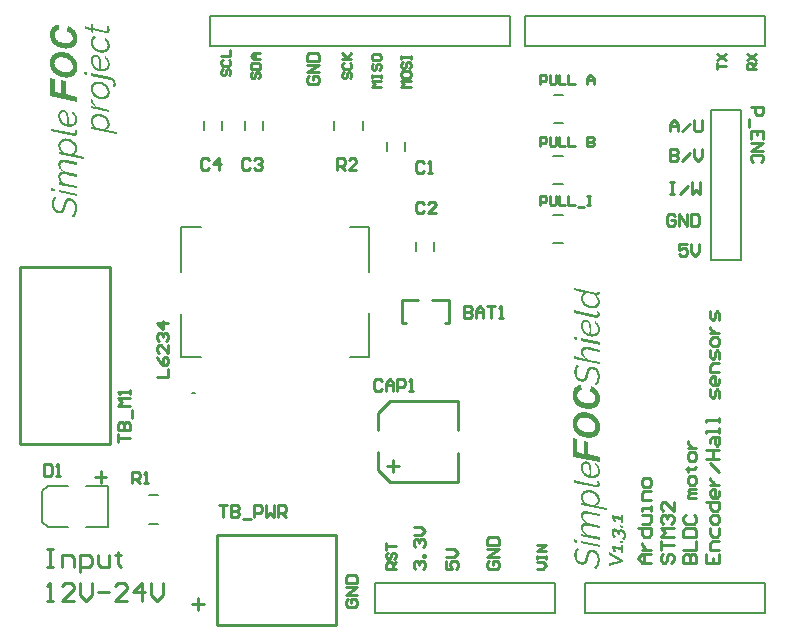
<source format=gto>
G04*
G04 #@! TF.GenerationSoftware,Altium Limited,Altium Designer,18.0.7 (293)*
G04*
G04 Layer_Color=65535*
%FSLAX25Y25*%
%MOIN*%
G70*
G01*
G75*
%ADD10C,0.00787*%
%ADD11C,0.01000*%
%ADD12C,0.00500*%
G36*
X203748Y37538D02*
Y34819D01*
X202946Y34958D01*
Y35913D01*
X200904Y36270D01*
X200948Y36226D01*
X200985Y36175D01*
X201058Y36073D01*
X201087Y36029D01*
X201109Y35993D01*
X201123Y35964D01*
X201130Y35956D01*
X201203Y35803D01*
X201240Y35723D01*
X201269Y35658D01*
X201291Y35599D01*
X201305Y35555D01*
X201313Y35526D01*
X201320Y35512D01*
X201342Y35424D01*
X201364Y35351D01*
X201378Y35278D01*
X201386Y35220D01*
Y35169D01*
X201393Y35133D01*
Y35103D01*
X200562Y35249D01*
X200554Y35315D01*
X200540Y35388D01*
X200518Y35461D01*
X200496Y35534D01*
X200467Y35592D01*
X200452Y35636D01*
X200438Y35665D01*
X200431Y35679D01*
X200380Y35774D01*
X200336Y35869D01*
X200292Y35949D01*
X200248Y36022D01*
X200212Y36080D01*
X200183Y36124D01*
X200168Y36153D01*
X200161Y36160D01*
X200110Y36241D01*
X200059Y36299D01*
X200022Y36350D01*
X199986Y36386D01*
X199964Y36416D01*
X199942Y36430D01*
X199928Y36445D01*
Y37363D01*
X202946Y36831D01*
Y37684D01*
X203748Y37538D01*
D02*
G37*
G36*
Y34010D02*
Y33281D01*
X202793Y33449D01*
Y34185D01*
X203748Y34010D01*
D02*
G37*
G36*
X201050Y33026D02*
X201065D01*
X201072D01*
X201218Y32989D01*
X201356Y32938D01*
X201480Y32880D01*
X201582Y32822D01*
X201670Y32763D01*
X201735Y32712D01*
X201772Y32683D01*
X201786Y32669D01*
X201889Y32559D01*
X201969Y32443D01*
X202034Y32326D01*
X202085Y32217D01*
X202122Y32122D01*
X202151Y32049D01*
X202158Y32020D01*
Y31998D01*
X202166Y31991D01*
Y31976D01*
X202202Y32122D01*
X202260Y32246D01*
X202326Y32355D01*
X202399Y32435D01*
X202457Y32501D01*
X202516Y32552D01*
X202552Y32581D01*
X202559Y32588D01*
X202567D01*
X202691Y32647D01*
X202829Y32691D01*
X202960Y32712D01*
X203084Y32720D01*
X203193D01*
X203244D01*
X203281Y32712D01*
X203317D01*
X203339Y32705D01*
X203354D01*
X203361D01*
X203478Y32676D01*
X203587Y32640D01*
X203777Y32552D01*
X203952Y32443D01*
X204025Y32384D01*
X204090Y32333D01*
X204149Y32275D01*
X204207Y32224D01*
X204251Y32173D01*
X204287Y32136D01*
X204316Y32100D01*
X204338Y32071D01*
X204345Y32056D01*
X204353Y32049D01*
X204418Y31947D01*
X204476Y31838D01*
X204520Y31728D01*
X204564Y31619D01*
X204630Y31393D01*
X204673Y31189D01*
X204688Y31087D01*
X204702Y30999D01*
X204710Y30919D01*
X204717Y30853D01*
X204724Y30795D01*
Y30715D01*
X204717Y30533D01*
X204695Y30365D01*
X204673Y30212D01*
X204637Y30088D01*
X204608Y29986D01*
X204586Y29906D01*
X204571Y29877D01*
X204564Y29855D01*
X204557Y29847D01*
Y29840D01*
X204491Y29709D01*
X204418Y29599D01*
X204338Y29505D01*
X204258Y29425D01*
X204192Y29359D01*
X204134Y29315D01*
X204098Y29286D01*
X204083Y29279D01*
X203456Y29898D01*
X203536Y29950D01*
X203602Y30008D01*
X203660Y30066D01*
X203711Y30124D01*
X203748Y30176D01*
X203769Y30212D01*
X203784Y30241D01*
X203791Y30248D01*
X203828Y30336D01*
X203857Y30438D01*
X203879Y30533D01*
X203893Y30627D01*
X203908Y30708D01*
X203915Y30773D01*
Y30832D01*
X203908Y30977D01*
X203893Y31109D01*
X203864Y31218D01*
X203835Y31313D01*
X203806Y31386D01*
X203777Y31437D01*
X203762Y31473D01*
X203755Y31480D01*
X203689Y31568D01*
X203609Y31633D01*
X203529Y31684D01*
X203449Y31728D01*
X203376Y31757D01*
X203310Y31772D01*
X203274Y31787D01*
X203259D01*
X203135Y31801D01*
X203026Y31794D01*
X202938Y31765D01*
X202858Y31736D01*
X202800Y31699D01*
X202763Y31670D01*
X202734Y31641D01*
X202727Y31633D01*
X202661Y31546D01*
X202618Y31437D01*
X202581Y31320D01*
X202559Y31203D01*
X202545Y31094D01*
X202537Y31007D01*
X202530Y30970D01*
Y30737D01*
X201867Y30853D01*
Y31065D01*
X201859Y31211D01*
X201838Y31342D01*
X201808Y31451D01*
X201772Y31553D01*
X201743Y31626D01*
X201714Y31684D01*
X201692Y31714D01*
X201684Y31728D01*
X201612Y31816D01*
X201531Y31889D01*
X201451Y31940D01*
X201378Y31983D01*
X201313Y32013D01*
X201262Y32027D01*
X201225Y32042D01*
X201211D01*
X201116Y32049D01*
X201036Y32042D01*
X200963Y32027D01*
X200904Y31998D01*
X200861Y31976D01*
X200832Y31947D01*
X200810Y31932D01*
X200802Y31925D01*
X200759Y31859D01*
X200722Y31787D01*
X200700Y31714D01*
X200678Y31641D01*
X200671Y31568D01*
X200664Y31517D01*
Y31466D01*
X200671Y31356D01*
X200693Y31247D01*
X200715Y31152D01*
X200737Y31065D01*
X200766Y30992D01*
X200788Y30934D01*
X200802Y30904D01*
X200810Y30890D01*
X200861Y30795D01*
X200926Y30708D01*
X200992Y30627D01*
X201058Y30562D01*
X201116Y30503D01*
X201160Y30460D01*
X201189Y30431D01*
X201203Y30423D01*
X200569Y29971D01*
X200460Y30081D01*
X200365Y30197D01*
X200277Y30314D01*
X200212Y30438D01*
X200154Y30540D01*
X200117Y30620D01*
X200102Y30657D01*
X200088Y30678D01*
X200081Y30693D01*
Y30700D01*
X200015Y30883D01*
X199971Y31058D01*
X199935Y31225D01*
X199913Y31378D01*
X199898Y31517D01*
Y31568D01*
X199891Y31619D01*
Y31706D01*
X199898Y31830D01*
X199906Y31947D01*
X199920Y32056D01*
X199942Y32158D01*
X199971Y32253D01*
X200001Y32341D01*
X200030Y32414D01*
X200059Y32486D01*
X200088Y32545D01*
X200117Y32603D01*
X200146Y32647D01*
X200168Y32683D01*
X200190Y32712D01*
X200205Y32734D01*
X200212Y32741D01*
X200219Y32749D01*
X200277Y32814D01*
X200343Y32866D01*
X200416Y32909D01*
X200482Y32946D01*
X200554Y32975D01*
X200627Y32997D01*
X200766Y33026D01*
X200883Y33033D01*
X200934D01*
X200985D01*
X201021D01*
X201050Y33026D01*
D02*
G37*
G36*
X203748Y28761D02*
Y28032D01*
X202793Y28200D01*
Y28936D01*
X203748Y28761D01*
D02*
G37*
G36*
Y27485D02*
Y24766D01*
X202946Y24905D01*
Y25860D01*
X200904Y26217D01*
X200948Y26173D01*
X200985Y26122D01*
X201058Y26020D01*
X201087Y25976D01*
X201109Y25940D01*
X201123Y25911D01*
X201130Y25903D01*
X201203Y25750D01*
X201240Y25670D01*
X201269Y25605D01*
X201291Y25546D01*
X201305Y25503D01*
X201313Y25473D01*
X201320Y25459D01*
X201342Y25371D01*
X201364Y25298D01*
X201378Y25225D01*
X201386Y25167D01*
Y25116D01*
X201393Y25080D01*
Y25051D01*
X200562Y25196D01*
X200554Y25262D01*
X200540Y25335D01*
X200518Y25408D01*
X200496Y25481D01*
X200467Y25539D01*
X200452Y25583D01*
X200438Y25612D01*
X200431Y25627D01*
X200380Y25721D01*
X200336Y25816D01*
X200292Y25896D01*
X200248Y25969D01*
X200212Y26027D01*
X200183Y26071D01*
X200168Y26100D01*
X200161Y26108D01*
X200110Y26188D01*
X200059Y26246D01*
X200022Y26297D01*
X199986Y26334D01*
X199964Y26363D01*
X199942Y26377D01*
X199928Y26392D01*
Y27310D01*
X202946Y26778D01*
Y27631D01*
X203748Y27485D01*
D02*
G37*
G36*
Y22477D02*
Y21697D01*
X198995Y20669D01*
Y21639D01*
X202588Y22295D01*
X198995Y24198D01*
Y25174D01*
X203748Y22477D01*
D02*
G37*
G36*
X15699Y199294D02*
X15687D01*
X15661Y199282D01*
X15623D01*
X15572Y199269D01*
X15444Y199231D01*
X15279Y199167D01*
X15087Y199090D01*
X14909Y198988D01*
X14730Y198874D01*
X14590Y198733D01*
X14577Y198721D01*
X14539Y198657D01*
X14475Y198568D01*
X14412Y198440D01*
X14348Y198287D01*
X14284Y198096D01*
X14246Y197879D01*
X14233Y197637D01*
Y197560D01*
X14246Y197509D01*
X14258Y197369D01*
X14297Y197178D01*
X14348Y196961D01*
X14437Y196732D01*
X14552Y196477D01*
X14705Y196234D01*
Y196222D01*
X14730Y196209D01*
X14794Y196132D01*
X14896Y196005D01*
X15062Y195865D01*
X15253Y195699D01*
X15508Y195520D01*
X15801Y195342D01*
X16146Y195189D01*
X16158D01*
X16184Y195176D01*
X16235Y195151D01*
X16311Y195125D01*
X16401Y195100D01*
X16502Y195074D01*
X16617Y195036D01*
X16745Y194998D01*
X17038Y194934D01*
X17370Y194870D01*
X17727Y194819D01*
X18083Y194806D01*
X18096D01*
X18135D01*
X18186D01*
X18262Y194819D01*
X18351D01*
X18453Y194832D01*
X18683Y194870D01*
X18951Y194934D01*
X19218Y195010D01*
X19486Y195138D01*
X19728Y195304D01*
X19754Y195329D01*
X19817Y195393D01*
X19907Y195508D01*
X20009Y195648D01*
X20124Y195839D01*
X20213Y196056D01*
X20277Y196298D01*
X20289Y196426D01*
X20302Y196566D01*
Y196630D01*
X20289Y196681D01*
X20277Y196821D01*
X20251Y196987D01*
X20187Y197191D01*
X20111Y197407D01*
X20009Y197624D01*
X19856Y197854D01*
Y197866D01*
X19830Y197879D01*
X19767Y197956D01*
X19665Y198058D01*
X19512Y198185D01*
X19320Y198325D01*
X19091Y198478D01*
X18810Y198606D01*
X18492Y198733D01*
X18772Y200569D01*
X18785D01*
X18836Y200544D01*
X18912Y200518D01*
X19014Y200467D01*
X19142Y200404D01*
X19282Y200340D01*
X19448Y200263D01*
X19614Y200161D01*
X19983Y199932D01*
X20353Y199651D01*
X20723Y199333D01*
X20889Y199141D01*
X21042Y198950D01*
X21054Y198937D01*
X21080Y198899D01*
X21118Y198848D01*
X21156Y198759D01*
X21220Y198657D01*
X21284Y198542D01*
X21360Y198389D01*
X21424Y198236D01*
X21501Y198058D01*
X21577Y197866D01*
X21641Y197662D01*
X21692Y197446D01*
X21743Y197216D01*
X21781Y196974D01*
X21806Y196719D01*
X21819Y196451D01*
Y196375D01*
X21806Y196298D01*
Y196183D01*
X21794Y196043D01*
X21768Y195890D01*
X21743Y195712D01*
X21692Y195533D01*
X21641Y195329D01*
X21577Y195125D01*
X21501Y194908D01*
X21411Y194704D01*
X21296Y194488D01*
X21169Y194284D01*
X21016Y194092D01*
X20850Y193914D01*
X20838Y193901D01*
X20799Y193876D01*
X20748Y193825D01*
X20672Y193774D01*
X20570Y193710D01*
X20442Y193633D01*
X20289Y193544D01*
X20124Y193468D01*
X19932Y193378D01*
X19728Y193289D01*
X19486Y193213D01*
X19231Y193149D01*
X18963Y193098D01*
X18657Y193047D01*
X18351Y193021D01*
X18007Y193009D01*
X17994D01*
X17943D01*
X17854D01*
X17752Y193021D01*
X17625D01*
X17459Y193047D01*
X17293Y193060D01*
X17102Y193085D01*
X16898Y193111D01*
X16668Y193162D01*
X16209Y193264D01*
X15725Y193417D01*
X15495Y193506D01*
X15253Y193608D01*
X15240Y193621D01*
X15202Y193633D01*
X15138Y193672D01*
X15049Y193723D01*
X14947Y193786D01*
X14820Y193863D01*
X14692Y193952D01*
X14539Y194054D01*
X14233Y194296D01*
X13914Y194577D01*
X13608Y194921D01*
X13468Y195112D01*
X13340Y195304D01*
X13328Y195316D01*
X13315Y195355D01*
X13277Y195418D01*
X13239Y195495D01*
X13187Y195597D01*
X13124Y195712D01*
X13060Y195852D01*
X12996Y196005D01*
X12945Y196171D01*
X12881Y196362D01*
X12767Y196757D01*
X12690Y197191D01*
X12677Y197420D01*
X12665Y197662D01*
Y197803D01*
X12677Y197905D01*
X12690Y198019D01*
X12703Y198160D01*
X12729Y198325D01*
X12767Y198491D01*
X12856Y198861D01*
X12920Y199052D01*
X12996Y199243D01*
X13086Y199447D01*
X13187Y199626D01*
X13302Y199817D01*
X13442Y199983D01*
X13455Y199996D01*
X13481Y200021D01*
X13519Y200059D01*
X13583Y200123D01*
X13659Y200187D01*
X13749Y200276D01*
X13863Y200353D01*
X13991Y200442D01*
X14131Y200531D01*
X14284Y200620D01*
X14462Y200710D01*
X14641Y200799D01*
X14845Y200875D01*
X15062Y200939D01*
X15291Y200990D01*
X15533Y201028D01*
X15699Y199294D01*
D02*
G37*
G36*
X16643Y191899D02*
X16758Y191887D01*
X16911Y191874D01*
X17076Y191861D01*
X17255Y191836D01*
X17459Y191797D01*
X17676Y191746D01*
X18122Y191632D01*
X18364Y191555D01*
X18606Y191466D01*
X18861Y191364D01*
X19104Y191249D01*
X19116Y191236D01*
X19167Y191224D01*
X19231Y191185D01*
X19320Y191134D01*
X19435Y191058D01*
X19550Y190981D01*
X19690Y190892D01*
X19843Y190777D01*
X20009Y190663D01*
X20175Y190522D01*
X20340Y190382D01*
X20506Y190216D01*
X20825Y189872D01*
X20978Y189668D01*
X21118Y189464D01*
X21131Y189451D01*
X21144Y189413D01*
X21182Y189349D01*
X21233Y189273D01*
X21284Y189158D01*
X21335Y189031D01*
X21399Y188890D01*
X21462Y188725D01*
X21539Y188546D01*
X21602Y188355D01*
X21654Y188138D01*
X21705Y187921D01*
X21794Y187437D01*
X21806Y187195D01*
X21819Y186927D01*
Y186812D01*
X21806Y186723D01*
Y186621D01*
X21794Y186493D01*
X21768Y186353D01*
X21743Y186200D01*
X21679Y185881D01*
X21577Y185524D01*
X21437Y185180D01*
X21360Y185014D01*
X21258Y184849D01*
X21246Y184836D01*
X21233Y184810D01*
X21195Y184772D01*
X21156Y184708D01*
X21042Y184568D01*
X20876Y184390D01*
X20672Y184198D01*
X20430Y184007D01*
X20162Y183829D01*
X19869Y183676D01*
X19856D01*
X19830Y183663D01*
X19792Y183650D01*
X19728Y183625D01*
X19652Y183599D01*
X19563Y183561D01*
X19346Y183510D01*
X19091Y183446D01*
X18810Y183382D01*
X18517Y183344D01*
X18198Y183331D01*
X18186D01*
X18160D01*
X18122D01*
X18058D01*
X17994Y183344D01*
X17905D01*
X17701Y183357D01*
X17446Y183382D01*
X17165Y183433D01*
X16860Y183484D01*
X16541Y183561D01*
X16528D01*
X16490Y183574D01*
X16426Y183599D01*
X16350Y183625D01*
X16248Y183650D01*
X16133Y183688D01*
X15992Y183739D01*
X15852Y183790D01*
X15533Y183918D01*
X15202Y184084D01*
X14858Y184275D01*
X14526Y184492D01*
X14514Y184504D01*
X14488Y184517D01*
X14450Y184555D01*
X14386Y184606D01*
X14310Y184670D01*
X14233Y184747D01*
X14042Y184925D01*
X13825Y185155D01*
X13596Y185422D01*
X13379Y185728D01*
X13175Y186073D01*
Y186085D01*
X13149Y186111D01*
X13124Y186175D01*
X13098Y186238D01*
X13060Y186328D01*
X13009Y186442D01*
X12971Y186570D01*
X12920Y186710D01*
X12869Y186863D01*
X12831Y187029D01*
X12741Y187399D01*
X12690Y187807D01*
X12665Y188253D01*
Y188406D01*
X12677Y188521D01*
X12690Y188661D01*
X12716Y188827D01*
X12754Y189005D01*
X12792Y189196D01*
X12843Y189413D01*
X12907Y189630D01*
X12996Y189847D01*
X13098Y190063D01*
X13213Y190293D01*
X13353Y190497D01*
X13506Y190714D01*
X13685Y190905D01*
X13698Y190918D01*
X13736Y190943D01*
X13787Y190994D01*
X13876Y191058D01*
X13978Y191134D01*
X14093Y191224D01*
X14246Y191313D01*
X14412Y191415D01*
X14590Y191504D01*
X14794Y191593D01*
X15024Y191683D01*
X15266Y191759D01*
X15521Y191823D01*
X15801Y191874D01*
X16095Y191899D01*
X16401Y191912D01*
X16413D01*
X16464D01*
X16541D01*
X16643Y191899D01*
D02*
G37*
G36*
X14310Y182898D02*
Y178537D01*
X16426Y178091D01*
Y182375D01*
X17905Y182069D01*
Y177785D01*
X21654Y176995D01*
Y175197D01*
X12831Y177046D01*
Y183217D01*
X14310Y182898D01*
D02*
G37*
G36*
X27011Y201154D02*
Y199828D01*
X30989Y198974D01*
X31014D01*
X31065Y198961D01*
X31129Y198948D01*
X31193Y198935D01*
X31205D01*
X31231D01*
X31307Y198923D01*
X31320D01*
X31358D01*
X31397Y198935D01*
X31460Y198948D01*
X31588Y198999D01*
X31652Y199037D01*
X31703Y199088D01*
Y199101D01*
X31715Y199114D01*
X31741Y199152D01*
X31754Y199203D01*
X31805Y199331D01*
X31817Y199484D01*
Y199598D01*
X31805Y199675D01*
X31779Y199866D01*
X31715Y200070D01*
Y200083D01*
X31690Y200108D01*
X31677Y200159D01*
X31652Y200210D01*
X31601Y200338D01*
X31575Y200389D01*
X31550Y200427D01*
X32187Y200491D01*
Y200478D01*
X32213Y200465D01*
X32225Y200427D01*
X32264Y200363D01*
X32302Y200287D01*
X32340Y200198D01*
X32378Y200083D01*
X32429Y199943D01*
Y199930D01*
X32442Y199879D01*
X32468Y199802D01*
X32480Y199688D01*
X32506Y199560D01*
X32531Y199420D01*
X32544Y199267D01*
Y199012D01*
X32531Y198935D01*
X32519Y198833D01*
X32493Y198706D01*
X32455Y198591D01*
X32404Y198464D01*
X32340Y198349D01*
X32327Y198336D01*
X32302Y198311D01*
X32251Y198260D01*
X32174Y198209D01*
X32085Y198158D01*
X31970Y198107D01*
X31830Y198081D01*
X31677Y198068D01*
X31652D01*
X31588D01*
X31499Y198081D01*
X31384Y198094D01*
X27011Y199025D01*
Y198221D01*
X26373Y198362D01*
Y199152D01*
X24308Y199598D01*
Y200402D01*
X26373Y199955D01*
Y201294D01*
X27011Y201154D01*
D02*
G37*
G36*
X27967Y196526D02*
X27941D01*
X27890Y196500D01*
X27801Y196462D01*
X27699Y196411D01*
X27584Y196334D01*
X27457Y196245D01*
X27342Y196130D01*
X27240Y196003D01*
X27227Y195990D01*
X27202Y195939D01*
X27151Y195863D01*
X27100Y195748D01*
X27062Y195620D01*
X27011Y195467D01*
X26985Y195302D01*
X26972Y195110D01*
Y195021D01*
X26985Y194919D01*
X26998Y194792D01*
X27036Y194639D01*
X27074Y194473D01*
X27138Y194294D01*
X27215Y194116D01*
X27227Y194090D01*
X27253Y194039D01*
X27304Y193950D01*
X27380Y193835D01*
X27470Y193695D01*
X27572Y193555D01*
X27699Y193415D01*
X27839Y193262D01*
X27852Y193249D01*
X27903Y193198D01*
X27992Y193134D01*
X28107Y193045D01*
X28247Y192956D01*
X28400Y192854D01*
X28579Y192752D01*
X28783Y192662D01*
X28808Y192650D01*
X28872Y192624D01*
X28987Y192599D01*
X29127Y192560D01*
X29293Y192509D01*
X29484Y192484D01*
X29701Y192458D01*
X29918Y192446D01*
X29930D01*
X29994D01*
X30071Y192458D01*
X30173D01*
X30287Y192471D01*
X30428Y192497D01*
X30695Y192560D01*
X30708D01*
X30759Y192586D01*
X30823Y192611D01*
X30912Y192650D01*
X31001Y192688D01*
X31116Y192739D01*
X31333Y192879D01*
X31346Y192892D01*
X31371Y192917D01*
X31422Y192968D01*
X31486Y193019D01*
X31550Y193096D01*
X31626Y193185D01*
X31754Y193389D01*
Y193402D01*
X31779Y193440D01*
X31792Y193504D01*
X31817Y193593D01*
X31843Y193695D01*
X31868Y193810D01*
X31881Y193925D01*
X31894Y194065D01*
Y194167D01*
X31881Y194243D01*
Y194320D01*
X31856Y194422D01*
X31817Y194626D01*
Y194639D01*
X31805Y194677D01*
X31779Y194728D01*
X31766Y194804D01*
X31690Y194983D01*
X31601Y195174D01*
X31588Y195187D01*
X31575Y195225D01*
X31537Y195276D01*
X31499Y195340D01*
X31397Y195493D01*
X31256Y195646D01*
X31244Y195659D01*
X31218Y195684D01*
X31180Y195722D01*
X31129Y195761D01*
X31014Y195863D01*
X30861Y195952D01*
X31091Y196691D01*
X31103Y196679D01*
X31142Y196653D01*
X31205Y196615D01*
X31295Y196564D01*
X31384Y196487D01*
X31486Y196411D01*
X31703Y196207D01*
X31715Y196194D01*
X31741Y196156D01*
X31792Y196092D01*
X31856Y196016D01*
X31932Y195914D01*
X32009Y195799D01*
X32174Y195544D01*
X32187Y195531D01*
X32213Y195480D01*
X32238Y195404D01*
X32289Y195314D01*
X32340Y195200D01*
X32391Y195072D01*
X32480Y194779D01*
Y194766D01*
X32493Y194715D01*
X32519Y194626D01*
X32531Y194524D01*
X32557Y194396D01*
X32582Y194256D01*
X32595Y193950D01*
Y193861D01*
X32582Y193759D01*
X32570Y193619D01*
X32544Y193466D01*
X32506Y193300D01*
X32455Y193134D01*
X32391Y192968D01*
X32378Y192956D01*
X32353Y192892D01*
X32302Y192815D01*
X32251Y192713D01*
X32162Y192599D01*
X32072Y192471D01*
X31970Y192344D01*
X31843Y192229D01*
X31830Y192216D01*
X31779Y192178D01*
X31703Y192127D01*
X31601Y192063D01*
X31486Y191987D01*
X31346Y191923D01*
X31193Y191846D01*
X31027Y191783D01*
X31001D01*
X30950Y191757D01*
X30848Y191732D01*
X30721Y191706D01*
X30568Y191681D01*
X30402Y191655D01*
X30211Y191642D01*
X30020Y191630D01*
X30007D01*
X29981D01*
X29943D01*
X29892D01*
X29752Y191642D01*
X29561Y191668D01*
X29344Y191706D01*
X29114Y191757D01*
X28859Y191821D01*
X28604Y191923D01*
X28592D01*
X28579Y191936D01*
X28541Y191948D01*
X28490Y191974D01*
X28362Y192038D01*
X28196Y192127D01*
X28018Y192242D01*
X27814Y192382D01*
X27610Y192535D01*
X27406Y192713D01*
X27380Y192739D01*
X27317Y192803D01*
X27227Y192905D01*
X27100Y193045D01*
X26972Y193211D01*
X26832Y193415D01*
X26705Y193631D01*
X26577Y193874D01*
Y193886D01*
X26564Y193899D01*
X26552Y193937D01*
X26526Y193988D01*
X26475Y194129D01*
X26424Y194294D01*
X26373Y194511D01*
X26322Y194753D01*
X26284Y195008D01*
X26271Y195289D01*
Y195429D01*
X26284Y195493D01*
X26297Y195582D01*
X26322Y195773D01*
X26373Y195990D01*
X26437Y196220D01*
X26539Y196436D01*
X26666Y196653D01*
X26679Y196679D01*
X26743Y196742D01*
X26832Y196832D01*
X26947Y196946D01*
X27100Y197061D01*
X27278Y197176D01*
X27482Y197265D01*
X27725Y197342D01*
X27967Y196526D01*
D02*
G37*
G36*
X28069Y190979D02*
X28145Y190967D01*
X28222Y190954D01*
X28426Y190890D01*
X28643Y190801D01*
X28757Y190737D01*
X28872Y190648D01*
X28987Y190559D01*
X29089Y190457D01*
X29191Y190329D01*
X29280Y190189D01*
Y190176D01*
X29293Y190151D01*
X29318Y190100D01*
X29344Y190036D01*
X29382Y189959D01*
X29420Y189857D01*
X29459Y189730D01*
X29497Y189590D01*
X29548Y189424D01*
X29586Y189245D01*
X29624Y189041D01*
X29650Y188812D01*
X29688Y188570D01*
X29701Y188315D01*
X29726Y188034D01*
Y187295D01*
X29714Y187027D01*
Y186887D01*
X29701Y186785D01*
Y186657D01*
X29688Y186517D01*
Y186364D01*
X29675Y186198D01*
X29688D01*
X29726Y186185D01*
X29790D01*
X29854Y186173D01*
X29867D01*
X29905D01*
X29956D01*
X30007D01*
X30020D01*
X30071D01*
X30160D01*
X30249Y186185D01*
X30377Y186198D01*
X30504Y186211D01*
X30772Y186275D01*
X30785D01*
X30836Y186300D01*
X30899Y186326D01*
X30989Y186364D01*
X31078Y186402D01*
X31193Y186453D01*
X31409Y186593D01*
X31422Y186606D01*
X31448Y186632D01*
X31499Y186683D01*
X31562Y186746D01*
X31626Y186823D01*
X31703Y186912D01*
X31843Y187116D01*
Y187129D01*
X31868Y187167D01*
X31894Y187244D01*
X31919Y187333D01*
X31945Y187435D01*
X31970Y187562D01*
X31983Y187703D01*
X31996Y187856D01*
Y187970D01*
X31983Y188034D01*
Y188123D01*
X31958Y188225D01*
X31919Y188442D01*
Y188455D01*
X31907Y188493D01*
X31881Y188544D01*
X31856Y188621D01*
X31779Y188799D01*
X31690Y188990D01*
X31677Y189003D01*
X31664Y189041D01*
X31626Y189092D01*
X31588Y189156D01*
X31473Y189309D01*
X31333Y189475D01*
X31320Y189488D01*
X31295Y189513D01*
X31256Y189551D01*
X31193Y189615D01*
X31040Y189730D01*
X30861Y189857D01*
X31052Y190508D01*
X31065Y190495D01*
X31116Y190469D01*
X31180Y190431D01*
X31256Y190367D01*
X31358Y190291D01*
X31460Y190202D01*
X31690Y189998D01*
X31703Y189985D01*
X31741Y189947D01*
X31792Y189883D01*
X31856Y189794D01*
X31932Y189704D01*
X32009Y189590D01*
X32174Y189322D01*
X32187Y189309D01*
X32213Y189258D01*
X32238Y189182D01*
X32289Y189092D01*
X32340Y188965D01*
X32391Y188837D01*
X32480Y188544D01*
Y188531D01*
X32493Y188480D01*
X32519Y188391D01*
X32531Y188289D01*
X32557Y188174D01*
X32582Y188034D01*
X32595Y187715D01*
Y187626D01*
X32582Y187511D01*
X32570Y187384D01*
X32544Y187218D01*
X32519Y187052D01*
X32468Y186874D01*
X32404Y186708D01*
X32391Y186695D01*
X32366Y186632D01*
X32315Y186555D01*
X32264Y186453D01*
X32174Y186338D01*
X32085Y186211D01*
X31983Y186083D01*
X31856Y185969D01*
X31843Y185956D01*
X31792Y185918D01*
X31715Y185867D01*
X31613Y185803D01*
X31499Y185726D01*
X31358Y185663D01*
X31205Y185586D01*
X31040Y185522D01*
X31014D01*
X30963Y185497D01*
X30861Y185471D01*
X30734Y185446D01*
X30581Y185420D01*
X30415Y185395D01*
X30224Y185382D01*
X30020Y185369D01*
X30007D01*
X29981D01*
X29943D01*
X29892D01*
X29752Y185382D01*
X29573Y185408D01*
X29357Y185433D01*
X29127Y185484D01*
X28872Y185561D01*
X28617Y185650D01*
X28604D01*
X28592Y185663D01*
X28553Y185675D01*
X28502Y185701D01*
X28375Y185765D01*
X28209Y185854D01*
X28031Y185956D01*
X27827Y186096D01*
X27623Y186249D01*
X27431Y186415D01*
X27406Y186440D01*
X27342Y186504D01*
X27253Y186606D01*
X27125Y186746D01*
X26998Y186925D01*
X26858Y187116D01*
X26717Y187346D01*
X26590Y187588D01*
Y187601D01*
X26577Y187613D01*
X26564Y187652D01*
X26539Y187703D01*
X26488Y187843D01*
X26424Y188021D01*
X26373Y188238D01*
X26322Y188480D01*
X26284Y188761D01*
X26271Y189041D01*
Y189194D01*
X26284Y189296D01*
X26297Y189411D01*
X26309Y189539D01*
X26373Y189806D01*
Y189819D01*
X26386Y189870D01*
X26411Y189934D01*
X26450Y190023D01*
X26552Y190214D01*
X26692Y190418D01*
X26705Y190431D01*
X26730Y190469D01*
X26768Y190508D01*
X26832Y190571D01*
X26909Y190635D01*
X26998Y190712D01*
X27202Y190839D01*
X27215Y190852D01*
X27253Y190865D01*
X27317Y190890D01*
X27406Y190916D01*
X27508Y190941D01*
X27635Y190967D01*
X27763Y190992D01*
X27916D01*
X27929D01*
X27954D01*
X28005D01*
X28069Y190979D01*
D02*
G37*
G36*
X25098Y185025D02*
Y184235D01*
X23925Y184490D01*
Y185280D01*
X25098Y185025D01*
D02*
G37*
G36*
X32748Y183406D02*
X32761D01*
X32812Y183393D01*
X32888Y183368D01*
X32990Y183329D01*
X33105Y183291D01*
X33233Y183240D01*
X33488Y183100D01*
X33500Y183087D01*
X33539Y183062D01*
X33615Y183011D01*
X33692Y182960D01*
X33781Y182883D01*
X33883Y182794D01*
X34074Y182603D01*
X34087Y182590D01*
X34112Y182552D01*
X34163Y182501D01*
X34214Y182424D01*
X34278Y182322D01*
X34342Y182220D01*
X34457Y181978D01*
Y181965D01*
X34482Y181914D01*
X34495Y181850D01*
X34520Y181761D01*
X34546Y181659D01*
X34571Y181544D01*
X34584Y181417D01*
X34597Y181302D01*
Y181238D01*
X34584Y181162D01*
Y181073D01*
X34571Y180971D01*
X34546Y180856D01*
X34482Y180614D01*
Y180601D01*
X34457Y180563D01*
X34431Y180512D01*
X34406Y180435D01*
X34291Y180269D01*
X34227Y180193D01*
X34138Y180116D01*
X33602Y180614D01*
X33615D01*
X33628Y180639D01*
X33692Y180703D01*
X33768Y180818D01*
X33819Y180958D01*
Y180971D01*
X33832Y180996D01*
X33845Y181034D01*
Y181085D01*
X33870Y181213D01*
X33883Y181366D01*
Y181442D01*
X33870Y181493D01*
X33845Y181608D01*
X33794Y181761D01*
Y181774D01*
X33781Y181799D01*
X33755Y181838D01*
X33730Y181876D01*
X33666Y182003D01*
X33564Y182131D01*
X33551Y182144D01*
X33539Y182156D01*
X33462Y182233D01*
X33360Y182335D01*
X33220Y182437D01*
X33207D01*
X33182Y182462D01*
X33143Y182475D01*
X33092Y182501D01*
X32952Y182552D01*
X32786Y182603D01*
X26373Y183967D01*
Y184770D01*
X32748Y183406D01*
D02*
G37*
G36*
X29102Y181991D02*
X29280Y181965D01*
X29497Y181927D01*
X29739Y181876D01*
X29994Y181799D01*
X30249Y181697D01*
X30262D01*
X30275Y181685D01*
X30313Y181672D01*
X30364Y181646D01*
X30491Y181583D01*
X30657Y181493D01*
X30836Y181379D01*
X31040Y181238D01*
X31244Y181085D01*
X31448Y180907D01*
X31473Y180881D01*
X31537Y180818D01*
X31626Y180716D01*
X31754Y180575D01*
X31881Y180410D01*
X32021Y180206D01*
X32162Y179989D01*
X32289Y179747D01*
Y179734D01*
X32302Y179721D01*
X32315Y179683D01*
X32340Y179632D01*
X32391Y179504D01*
X32442Y179326D01*
X32493Y179122D01*
X32544Y178880D01*
X32582Y178625D01*
X32595Y178357D01*
Y178268D01*
X32582Y178166D01*
X32570Y178038D01*
X32544Y177885D01*
X32506Y177719D01*
X32455Y177554D01*
X32391Y177388D01*
X32378Y177375D01*
X32353Y177311D01*
X32302Y177235D01*
X32251Y177133D01*
X32162Y177018D01*
X32072Y176903D01*
X31970Y176776D01*
X31843Y176661D01*
X31830Y176648D01*
X31779Y176610D01*
X31715Y176559D01*
X31613Y176495D01*
X31499Y176419D01*
X31358Y176355D01*
X31205Y176279D01*
X31040Y176215D01*
X31014D01*
X30963Y176189D01*
X30861Y176164D01*
X30746Y176138D01*
X30593Y176113D01*
X30428Y176087D01*
X30236Y176075D01*
X30045Y176062D01*
X30032D01*
X30007D01*
X29969D01*
X29918D01*
X29777Y176075D01*
X29586Y176100D01*
X29369Y176138D01*
X29140Y176189D01*
X28885Y176253D01*
X28630Y176355D01*
X28617D01*
X28604Y176368D01*
X28566Y176393D01*
X28515Y176406D01*
X28388Y176483D01*
X28222Y176572D01*
X28031Y176687D01*
X27839Y176827D01*
X27623Y176980D01*
X27431Y177158D01*
X27406Y177184D01*
X27342Y177248D01*
X27253Y177350D01*
X27125Y177490D01*
X26998Y177668D01*
X26858Y177860D01*
X26717Y178076D01*
X26590Y178319D01*
Y178331D01*
X26577Y178344D01*
X26564Y178382D01*
X26539Y178433D01*
X26488Y178561D01*
X26424Y178739D01*
X26373Y178943D01*
X26322Y179186D01*
X26284Y179441D01*
X26271Y179708D01*
Y179798D01*
X26284Y179900D01*
X26297Y180027D01*
X26322Y180180D01*
X26360Y180333D01*
X26411Y180499D01*
X26475Y180665D01*
X26488Y180677D01*
X26513Y180741D01*
X26552Y180818D01*
X26615Y180907D01*
X26692Y181022D01*
X26794Y181149D01*
X26896Y181264D01*
X27023Y181379D01*
X27036Y181391D01*
X27087Y181430D01*
X27151Y181481D01*
X27253Y181557D01*
X27368Y181621D01*
X27508Y181697D01*
X27674Y181774D01*
X27839Y181838D01*
X27865Y181850D01*
X27916Y181863D01*
X28018Y181889D01*
X28145Y181927D01*
X28286Y181952D01*
X28451Y181978D01*
X28643Y181991D01*
X28834Y182003D01*
X28847D01*
X28872D01*
X28910D01*
X28961D01*
X29102Y181991D01*
D02*
G37*
G36*
X27074Y175922D02*
Y175845D01*
X27087Y175794D01*
Y175730D01*
X27100Y175641D01*
X27138Y175463D01*
X27189Y175233D01*
X27278Y174991D01*
X27380Y174749D01*
X27521Y174494D01*
Y174481D01*
X27533Y174468D01*
X27597Y174392D01*
X27686Y174264D01*
X27827Y174124D01*
X27992Y173958D01*
X28184Y173780D01*
X28413Y173601D01*
X28681Y173448D01*
X32480Y172645D01*
Y171854D01*
X26373Y173142D01*
Y173894D01*
X27825Y173579D01*
X27827Y173576D01*
X27839D01*
X27825Y173579D01*
X27814Y173601D01*
X27776Y173627D01*
X27725Y173652D01*
X27610Y173754D01*
X27457Y173882D01*
X27291Y174035D01*
X27113Y174200D01*
X26934Y174404D01*
X26781Y174608D01*
Y174621D01*
X26768Y174634D01*
X26717Y174710D01*
X26654Y174825D01*
X26577Y174978D01*
X26501Y175157D01*
X26437Y175361D01*
X26386Y175577D01*
X26360Y175794D01*
Y175845D01*
X26373Y175947D01*
Y175985D01*
X26386Y176075D01*
X27074Y175922D01*
D02*
G37*
G36*
X29102Y171230D02*
X29280Y171204D01*
X29484Y171179D01*
X29726Y171128D01*
X29981Y171064D01*
X30236Y170975D01*
X30249D01*
X30262Y170962D01*
X30300Y170949D01*
X30351Y170924D01*
X30479Y170860D01*
X30644Y170783D01*
X30823Y170681D01*
X31027Y170554D01*
X31244Y170401D01*
X31448Y170235D01*
X31473Y170210D01*
X31537Y170159D01*
X31626Y170057D01*
X31754Y169929D01*
X31881Y169763D01*
X32021Y169585D01*
X32162Y169381D01*
X32289Y169151D01*
Y169139D01*
X32302Y169126D01*
X32340Y169049D01*
X32391Y168922D01*
X32442Y168756D01*
X32493Y168565D01*
X32544Y168348D01*
X32582Y168119D01*
X32595Y167864D01*
Y167787D01*
X32582Y167736D01*
X32570Y167609D01*
X32544Y167430D01*
X32506Y167239D01*
X32429Y167035D01*
X32340Y166831D01*
X32213Y166640D01*
X32200Y166614D01*
X32136Y166563D01*
X32060Y166474D01*
X31945Y166385D01*
X31792Y166270D01*
X31626Y166155D01*
X31435Y166053D01*
X31218Y165964D01*
X34967Y165161D01*
Y164370D01*
X26373Y166193D01*
Y166895D01*
X27545Y166655D01*
X27533Y166678D01*
X27457Y166742D01*
X27355Y166831D01*
X27227Y166971D01*
X27074Y167137D01*
X26921Y167315D01*
X26768Y167532D01*
X26628Y167762D01*
Y167774D01*
X26615Y167787D01*
X26590Y167825D01*
X26577Y167876D01*
X26513Y168004D01*
X26450Y168170D01*
X26386Y168374D01*
X26322Y168590D01*
X26284Y168833D01*
X26271Y169075D01*
Y169164D01*
X26284Y169253D01*
X26297Y169381D01*
X26322Y169521D01*
X26360Y169674D01*
X26411Y169827D01*
X26488Y169980D01*
X26501Y169993D01*
X26526Y170044D01*
X26577Y170120D01*
X26628Y170222D01*
X26717Y170324D01*
X26807Y170439D01*
X26921Y170554D01*
X27049Y170669D01*
X27062Y170681D01*
X27113Y170720D01*
X27176Y170771D01*
X27278Y170822D01*
X27393Y170898D01*
X27533Y170962D01*
X27699Y171026D01*
X27865Y171089D01*
X27890Y171102D01*
X27941Y171115D01*
X28043Y171140D01*
X28158Y171166D01*
X28311Y171191D01*
X28477Y171217D01*
X28655Y171242D01*
X28834D01*
X28847D01*
X28859D01*
X28898D01*
X28961D01*
X29102Y171230D01*
D02*
G37*
G36*
X17242Y172537D02*
X17319Y172524D01*
X17395Y172511D01*
X17599Y172447D01*
X17816Y172358D01*
X17931Y172294D01*
X18045Y172205D01*
X18160Y172116D01*
X18262Y172014D01*
X18364Y171886D01*
X18453Y171746D01*
Y171733D01*
X18466Y171708D01*
X18492Y171657D01*
X18517Y171593D01*
X18555Y171517D01*
X18594Y171414D01*
X18632Y171287D01*
X18670Y171147D01*
X18721Y170981D01*
X18759Y170802D01*
X18798Y170598D01*
X18823Y170369D01*
X18861Y170127D01*
X18874Y169872D01*
X18900Y169591D01*
Y168852D01*
X18887Y168584D01*
Y168444D01*
X18874Y168342D01*
Y168214D01*
X18861Y168074D01*
Y167921D01*
X18849Y167755D01*
X18861D01*
X18900Y167743D01*
X18963D01*
X19027Y167730D01*
X19040D01*
X19078D01*
X19129D01*
X19180D01*
X19193D01*
X19244D01*
X19333D01*
X19422Y167743D01*
X19550Y167755D01*
X19677Y167768D01*
X19945Y167832D01*
X19958D01*
X20009Y167857D01*
X20073Y167883D01*
X20162Y167921D01*
X20251Y167959D01*
X20366Y168010D01*
X20583Y168150D01*
X20595Y168163D01*
X20621Y168189D01*
X20672Y168240D01*
X20736Y168304D01*
X20799Y168380D01*
X20876Y168469D01*
X21016Y168673D01*
Y168686D01*
X21042Y168724D01*
X21067Y168801D01*
X21092Y168890D01*
X21118Y168992D01*
X21144Y169120D01*
X21156Y169260D01*
X21169Y169413D01*
Y169527D01*
X21156Y169591D01*
Y169681D01*
X21131Y169782D01*
X21092Y169999D01*
Y170012D01*
X21080Y170050D01*
X21054Y170101D01*
X21029Y170178D01*
X20952Y170356D01*
X20863Y170547D01*
X20850Y170560D01*
X20838Y170598D01*
X20799Y170650D01*
X20761Y170713D01*
X20646Y170866D01*
X20506Y171032D01*
X20493Y171045D01*
X20468Y171070D01*
X20430Y171108D01*
X20366Y171172D01*
X20213Y171287D01*
X20034Y171414D01*
X20226Y172065D01*
X20238Y172052D01*
X20289Y172027D01*
X20353Y171988D01*
X20430Y171924D01*
X20531Y171848D01*
X20633Y171759D01*
X20863Y171555D01*
X20876Y171542D01*
X20914Y171504D01*
X20965Y171440D01*
X21029Y171351D01*
X21105Y171262D01*
X21182Y171147D01*
X21348Y170879D01*
X21360Y170866D01*
X21386Y170815D01*
X21411Y170739D01*
X21462Y170650D01*
X21513Y170522D01*
X21564Y170395D01*
X21654Y170101D01*
Y170089D01*
X21666Y170037D01*
X21692Y169948D01*
X21705Y169846D01*
X21730Y169731D01*
X21756Y169591D01*
X21768Y169272D01*
Y169183D01*
X21756Y169069D01*
X21743Y168941D01*
X21717Y168775D01*
X21692Y168609D01*
X21641Y168431D01*
X21577Y168265D01*
X21564Y168253D01*
X21539Y168189D01*
X21488Y168112D01*
X21437Y168010D01*
X21348Y167895D01*
X21258Y167768D01*
X21156Y167640D01*
X21029Y167526D01*
X21016Y167513D01*
X20965Y167475D01*
X20889Y167424D01*
X20786Y167360D01*
X20672Y167283D01*
X20531Y167220D01*
X20379Y167143D01*
X20213Y167079D01*
X20187D01*
X20136Y167054D01*
X20034Y167028D01*
X19907Y167003D01*
X19754Y166978D01*
X19588Y166952D01*
X19397Y166939D01*
X19193Y166927D01*
X19180D01*
X19155D01*
X19116D01*
X19065D01*
X18925Y166939D01*
X18746Y166965D01*
X18530Y166990D01*
X18300Y167041D01*
X18045Y167118D01*
X17790Y167207D01*
X17777D01*
X17765Y167220D01*
X17727Y167233D01*
X17676Y167258D01*
X17548Y167322D01*
X17382Y167411D01*
X17204Y167513D01*
X17000Y167653D01*
X16796Y167806D01*
X16605Y167972D01*
X16579Y167998D01*
X16515Y168061D01*
X16426Y168163D01*
X16299Y168304D01*
X16171Y168482D01*
X16031Y168673D01*
X15890Y168903D01*
X15763Y169145D01*
Y169158D01*
X15750Y169170D01*
X15737Y169209D01*
X15712Y169260D01*
X15661Y169400D01*
X15597Y169579D01*
X15546Y169795D01*
X15495Y170037D01*
X15457Y170318D01*
X15444Y170598D01*
Y170752D01*
X15457Y170853D01*
X15470Y170968D01*
X15483Y171096D01*
X15546Y171363D01*
Y171376D01*
X15559Y171427D01*
X15585Y171491D01*
X15623Y171580D01*
X15725Y171772D01*
X15865Y171976D01*
X15878Y171988D01*
X15903Y172027D01*
X15942Y172065D01*
X16005Y172128D01*
X16082Y172192D01*
X16171Y172269D01*
X16375Y172396D01*
X16388Y172409D01*
X16426Y172422D01*
X16490Y172447D01*
X16579Y172473D01*
X16681Y172498D01*
X16808Y172524D01*
X16936Y172549D01*
X17089D01*
X17102D01*
X17127D01*
X17178D01*
X17242Y172537D01*
D02*
G37*
G36*
X20277Y164746D02*
X20289D01*
X20315Y164734D01*
X20391Y164721D01*
X20417D01*
X20481D01*
X20506D01*
X20557Y164734D01*
X20646Y164746D01*
X20736Y164797D01*
X20838Y164861D01*
X20927Y164963D01*
X20978Y165103D01*
X21003Y165180D01*
Y165371D01*
X20990Y165460D01*
X20965Y165575D01*
Y165588D01*
X20952Y165601D01*
X20940Y165690D01*
X20914Y165792D01*
X20876Y165919D01*
X21513Y165894D01*
Y165881D01*
X21526Y165856D01*
X21552Y165805D01*
X21564Y165741D01*
X21590Y165652D01*
X21615Y165562D01*
X21666Y165333D01*
Y165320D01*
X21679Y165282D01*
Y165218D01*
X21692Y165141D01*
X21705Y164963D01*
X21717Y164785D01*
Y164708D01*
X21705Y164631D01*
X21692Y164542D01*
X21666Y164427D01*
X21628Y164313D01*
X21577Y164198D01*
X21501Y164096D01*
X21488Y164083D01*
X21462Y164058D01*
X21411Y164020D01*
X21335Y163981D01*
X21258Y163930D01*
X21144Y163892D01*
X21016Y163866D01*
X20876Y163854D01*
X20863D01*
X20825D01*
X20774D01*
X20723Y163866D01*
X20710D01*
X20672Y163879D01*
X20608Y163892D01*
X20544Y163905D01*
X13098Y165473D01*
Y166276D01*
X20277Y164746D01*
D02*
G37*
G36*
X18275Y163012D02*
X18453Y162987D01*
X18657Y162961D01*
X18900Y162910D01*
X19155Y162847D01*
X19410Y162757D01*
X19422D01*
X19435Y162744D01*
X19473Y162732D01*
X19524Y162706D01*
X19652Y162643D01*
X19817Y162566D01*
X19996Y162464D01*
X20200Y162337D01*
X20417Y162183D01*
X20621Y162018D01*
X20646Y161992D01*
X20710Y161941D01*
X20799Y161839D01*
X20927Y161712D01*
X21054Y161546D01*
X21195Y161367D01*
X21335Y161163D01*
X21462Y160934D01*
Y160921D01*
X21475Y160908D01*
X21513Y160832D01*
X21564Y160705D01*
X21615Y160539D01*
X21666Y160347D01*
X21717Y160131D01*
X21756Y159901D01*
X21768Y159646D01*
Y159570D01*
X21756Y159519D01*
X21743Y159391D01*
X21717Y159213D01*
X21679Y159021D01*
X21602Y158818D01*
X21513Y158614D01*
X21386Y158422D01*
X21373Y158397D01*
X21309Y158346D01*
X21233Y158256D01*
X21118Y158167D01*
X20965Y158053D01*
X20799Y157938D01*
X20608Y157836D01*
X20391Y157747D01*
X24140Y156943D01*
Y156153D01*
X15546Y157976D01*
Y158677D01*
X16718Y158438D01*
X16706Y158460D01*
X16630Y158524D01*
X16528Y158614D01*
X16401Y158754D01*
X16248Y158920D01*
X16095Y159098D01*
X15942Y159315D01*
X15801Y159544D01*
Y159557D01*
X15789Y159570D01*
X15763Y159608D01*
X15750Y159659D01*
X15687Y159786D01*
X15623Y159952D01*
X15559Y160156D01*
X15495Y160373D01*
X15457Y160615D01*
X15444Y160857D01*
Y160947D01*
X15457Y161036D01*
X15470Y161163D01*
X15495Y161304D01*
X15533Y161457D01*
X15585Y161610D01*
X15661Y161763D01*
X15674Y161776D01*
X15699Y161827D01*
X15750Y161903D01*
X15801Y162005D01*
X15890Y162107D01*
X15980Y162222D01*
X16095Y162337D01*
X16222Y162451D01*
X16235Y162464D01*
X16286Y162502D01*
X16350Y162553D01*
X16452Y162604D01*
X16566Y162681D01*
X16706Y162744D01*
X16872Y162808D01*
X17038Y162872D01*
X17064Y162885D01*
X17115Y162898D01*
X17217Y162923D01*
X17331Y162949D01*
X17484Y162974D01*
X17650Y162999D01*
X17829Y163025D01*
X18007D01*
X18020D01*
X18033D01*
X18071D01*
X18135D01*
X18275Y163012D01*
D02*
G37*
G36*
X17140Y155923D02*
X17280D01*
X17446Y155898D01*
X17637Y155872D01*
X17854Y155847D01*
X18083Y155796D01*
X21654Y155031D01*
Y154227D01*
X18249Y154941D01*
X18237D01*
X18198Y154954D01*
X18147Y154967D01*
X18083Y154980D01*
X17918Y155005D01*
X17739Y155031D01*
X17727D01*
X17701Y155043D01*
X17650D01*
X17586Y155056D01*
X17446Y155069D01*
X17293D01*
X17280D01*
X17242D01*
X17191D01*
X17115Y155056D01*
X17038Y155043D01*
X16936Y155018D01*
X16732Y154954D01*
X16630Y154903D01*
X16528Y154840D01*
X16426Y154763D01*
X16350Y154674D01*
X16273Y154572D01*
X16222Y154444D01*
X16184Y154304D01*
X16171Y154138D01*
Y154011D01*
X16184Y153934D01*
X16196Y153832D01*
X16222Y153718D01*
X16299Y153475D01*
Y153463D01*
X16324Y153424D01*
X16350Y153360D01*
X16388Y153284D01*
X16439Y153182D01*
X16502Y153080D01*
X16668Y152863D01*
X16681Y152850D01*
X16706Y152812D01*
X16758Y152761D01*
X16821Y152685D01*
X16911Y152595D01*
X17000Y152506D01*
X17229Y152315D01*
X17242Y152302D01*
X17280Y152277D01*
X17344Y152226D01*
X17433Y152175D01*
X17535Y152098D01*
X17663Y152034D01*
X17931Y151882D01*
X21654Y151104D01*
Y150301D01*
X18249Y151014D01*
X18237D01*
X18198Y151027D01*
X18147Y151040D01*
X18071Y151053D01*
X17905Y151078D01*
X17714Y151104D01*
X17701D01*
X17676Y151117D01*
X17625D01*
X17561Y151129D01*
X17421Y151142D01*
X17267D01*
X17255D01*
X17217D01*
X17165D01*
X17102Y151129D01*
X17012Y151117D01*
X16923Y151091D01*
X16719Y151027D01*
X16617Y150976D01*
X16515Y150912D01*
X16426Y150849D01*
X16337Y150759D01*
X16273Y150645D01*
X16222Y150530D01*
X16184Y150390D01*
X16171Y150224D01*
Y150160D01*
X16184Y150109D01*
X16196Y149982D01*
X16235Y149816D01*
X16286Y149625D01*
X16375Y149408D01*
X16490Y149179D01*
X16656Y148949D01*
Y148936D01*
X16681Y148924D01*
X16745Y148847D01*
X16847Y148732D01*
X16987Y148592D01*
X17165Y148439D01*
X17382Y148273D01*
X17637Y148108D01*
X17918Y147954D01*
X21654Y147164D01*
Y146373D01*
X15546Y147661D01*
Y148401D01*
X16922Y148098D01*
X16923Y148095D01*
X16936D01*
X16922Y148098D01*
X16911Y148120D01*
X16872Y148146D01*
X16821Y148184D01*
X16694Y148286D01*
X16541Y148426D01*
X16362Y148592D01*
X16171Y148796D01*
X16005Y149013D01*
X15840Y149255D01*
Y149268D01*
X15827Y149281D01*
X15801Y149319D01*
X15776Y149370D01*
X15712Y149497D01*
X15636Y149676D01*
X15572Y149880D01*
X15508Y150109D01*
X15457Y150352D01*
X15444Y150607D01*
Y150721D01*
X15470Y150849D01*
X15495Y151002D01*
X15546Y151168D01*
X15623Y151346D01*
X15725Y151512D01*
X15865Y151652D01*
X15878Y151665D01*
X15942Y151703D01*
X16031Y151767D01*
X16158Y151830D01*
X16324Y151882D01*
X16528Y151945D01*
X16770Y151983D01*
X17038Y151996D01*
X17025Y152009D01*
X17000Y152022D01*
X16962Y152047D01*
X16911Y152085D01*
X16770Y152200D01*
X16592Y152340D01*
X16401Y152519D01*
X16209Y152723D01*
X16018Y152953D01*
X15852Y153195D01*
Y153208D01*
X15840Y153220D01*
X15814Y153259D01*
X15789Y153310D01*
X15725Y153450D01*
X15648Y153615D01*
X15572Y153832D01*
X15508Y154062D01*
X15457Y154317D01*
X15444Y154572D01*
Y154686D01*
X15470Y154827D01*
X15495Y154980D01*
X15546Y155158D01*
X15610Y155324D01*
X15712Y155490D01*
X15840Y155617D01*
X15852Y155630D01*
X15916Y155668D01*
X16005Y155719D01*
X16120Y155783D01*
X16286Y155834D01*
X16477Y155885D01*
X16694Y155923D01*
X16949Y155936D01*
X16974D01*
X17038D01*
X17140Y155923D01*
D02*
G37*
G36*
X14271Y146246D02*
Y145443D01*
X13098Y145685D01*
Y146488D01*
X14271Y146246D01*
D02*
G37*
G36*
X21654Y144665D02*
Y143875D01*
X15546Y145162D01*
Y145966D01*
X21654Y144665D01*
D02*
G37*
G36*
X14896Y143263D02*
X14883Y143250D01*
X14832Y143224D01*
X14756Y143160D01*
X14667Y143084D01*
X14552Y142982D01*
X14450Y142854D01*
X14348Y142689D01*
X14246Y142510D01*
X14233Y142485D01*
X14208Y142421D01*
X14169Y142306D01*
X14118Y142166D01*
X14080Y141988D01*
X14042Y141783D01*
X14016Y141554D01*
X14004Y141299D01*
Y141197D01*
X14016Y141082D01*
Y140942D01*
X14042Y140776D01*
X14067Y140598D01*
X14093Y140419D01*
X14144Y140241D01*
Y140228D01*
X14169Y140164D01*
X14195Y140088D01*
X14246Y139986D01*
X14297Y139871D01*
X14361Y139756D01*
X14437Y139629D01*
X14526Y139514D01*
X14539Y139501D01*
X14564Y139463D01*
X14615Y139412D01*
X14692Y139361D01*
X14781Y139285D01*
X14871Y139221D01*
X14985Y139157D01*
X15113Y139093D01*
X15126D01*
X15164Y139068D01*
X15240Y139055D01*
X15330Y139030D01*
X15431Y139004D01*
X15559Y138991D01*
X15827Y138966D01*
X15840D01*
X15878D01*
X15929Y138979D01*
X15992D01*
X16146Y139017D01*
X16311Y139081D01*
X16324D01*
X16350Y139106D01*
X16388Y139131D01*
X16426Y139170D01*
X16554Y139272D01*
X16668Y139425D01*
Y139437D01*
X16694Y139463D01*
X16719Y139514D01*
X16758Y139591D01*
X16796Y139680D01*
X16834Y139769D01*
X16885Y139884D01*
X16923Y140011D01*
Y140024D01*
X16936Y140075D01*
X16962Y140152D01*
X16987Y140253D01*
X17025Y140368D01*
X17064Y140508D01*
X17102Y140674D01*
X17140Y140840D01*
Y140866D01*
X17165Y140929D01*
X17191Y141018D01*
X17217Y141146D01*
X17267Y141286D01*
X17306Y141452D01*
X17421Y141771D01*
Y141783D01*
X17446Y141847D01*
X17471Y141924D01*
X17523Y142013D01*
X17574Y142128D01*
X17625Y142255D01*
X17777Y142485D01*
X17790Y142498D01*
X17816Y142536D01*
X17867Y142587D01*
X17918Y142663D01*
X17994Y142740D01*
X18083Y142816D01*
X18186Y142893D01*
X18300Y142956D01*
X18313Y142969D01*
X18351Y142982D01*
X18415Y143008D01*
X18504Y143046D01*
X18619Y143071D01*
X18746Y143097D01*
X18887Y143110D01*
X19040Y143122D01*
X19052D01*
X19065D01*
X19104D01*
X19155D01*
X19282Y143110D01*
X19435Y143084D01*
X19626Y143059D01*
X19830Y143008D01*
X20021Y142944D01*
X20226Y142854D01*
X20251Y142842D01*
X20302Y142804D01*
X20404Y142753D01*
X20519Y142676D01*
X20646Y142574D01*
X20786Y142446D01*
X20927Y142306D01*
X21054Y142140D01*
X21067Y142115D01*
X21105Y142064D01*
X21169Y141962D01*
X21246Y141834D01*
X21322Y141669D01*
X21399Y141490D01*
X21488Y141286D01*
X21552Y141057D01*
Y141044D01*
X21564Y141031D01*
Y140993D01*
X21577Y140955D01*
X21602Y140827D01*
X21628Y140662D01*
X21666Y140470D01*
X21692Y140241D01*
X21705Y139998D01*
X21717Y139731D01*
Y139654D01*
X21705Y139552D01*
X21692Y139425D01*
X21679Y139272D01*
X21654Y139081D01*
X21615Y138889D01*
X21564Y138672D01*
X21501Y138443D01*
X21424Y138201D01*
X21322Y137959D01*
X21207Y137716D01*
X21080Y137474D01*
X20914Y137244D01*
X20736Y137015D01*
X20519Y136811D01*
X19856Y137346D01*
X19881Y137359D01*
X19932Y137410D01*
X20021Y137487D01*
X20136Y137589D01*
X20264Y137729D01*
X20404Y137895D01*
X20544Y138099D01*
X20672Y138328D01*
Y138341D01*
X20685Y138354D01*
X20697Y138392D01*
X20723Y138443D01*
X20748Y138507D01*
X20774Y138583D01*
X20838Y138775D01*
X20901Y139004D01*
X20952Y139272D01*
X20990Y139578D01*
X21003Y139909D01*
Y140011D01*
X20990Y140088D01*
Y140177D01*
X20978Y140279D01*
X20952Y140521D01*
X20901Y140789D01*
X20825Y141069D01*
X20710Y141350D01*
X20570Y141592D01*
Y141605D01*
X20544Y141618D01*
X20481Y141694D01*
X20379Y141796D01*
X20238Y141911D01*
X20060Y142026D01*
X19843Y142115D01*
X19588Y142192D01*
X19448Y142204D01*
X19295Y142217D01*
X19282D01*
X19244D01*
X19180Y142204D01*
X19116D01*
X18951Y142153D01*
X18861Y142128D01*
X18772Y142077D01*
X18759D01*
X18734Y142051D01*
X18696Y142026D01*
X18645Y141975D01*
X18581Y141924D01*
X18517Y141860D01*
X18453Y141771D01*
X18390Y141682D01*
X18377Y141669D01*
X18364Y141630D01*
X18326Y141579D01*
X18288Y141503D01*
X18237Y141414D01*
X18186Y141312D01*
X18147Y141184D01*
X18096Y141044D01*
Y141031D01*
X18071Y140980D01*
X18045Y140904D01*
X18020Y140802D01*
X17981Y140674D01*
X17931Y140521D01*
X17892Y140356D01*
X17841Y140177D01*
X17829Y140152D01*
X17816Y140088D01*
X17790Y139998D01*
X17752Y139884D01*
X17714Y139743D01*
X17663Y139591D01*
X17561Y139285D01*
X17548Y139272D01*
X17535Y139221D01*
X17497Y139144D01*
X17459Y139055D01*
X17357Y138838D01*
X17217Y138621D01*
X17204Y138609D01*
X17178Y138583D01*
X17140Y138532D01*
X17076Y138469D01*
X16936Y138341D01*
X16745Y138214D01*
X16732D01*
X16694Y138188D01*
X16630Y138175D01*
X16554Y138150D01*
X16464Y138124D01*
X16350Y138099D01*
X16222Y138086D01*
X16082Y138073D01*
X16069D01*
X16056D01*
X16018D01*
X15967D01*
X15852Y138086D01*
X15687Y138111D01*
X15508Y138137D01*
X15317Y138175D01*
X15113Y138239D01*
X14909Y138328D01*
X14883Y138341D01*
X14820Y138379D01*
X14730Y138443D01*
X14603Y138520D01*
X14462Y138621D01*
X14322Y138749D01*
X14169Y138889D01*
X14029Y139055D01*
X14016Y139081D01*
X13965Y139131D01*
X13902Y139234D01*
X13825Y139361D01*
X13723Y139514D01*
X13634Y139705D01*
X13545Y139909D01*
X13468Y140126D01*
Y140139D01*
X13455Y140152D01*
Y140190D01*
X13442Y140228D01*
X13404Y140356D01*
X13366Y140521D01*
X13340Y140725D01*
X13302Y140942D01*
X13289Y141184D01*
X13277Y141452D01*
Y141579D01*
X13289Y141733D01*
X13302Y141924D01*
X13340Y142128D01*
X13379Y142357D01*
X13442Y142599D01*
X13532Y142816D01*
Y142829D01*
X13545Y142842D01*
X13570Y142918D01*
X13634Y143020D01*
X13710Y143160D01*
X13812Y143314D01*
X13927Y143479D01*
X14067Y143645D01*
X14233Y143798D01*
X14896Y143263D01*
D02*
G37*
G36*
X194833Y111653D02*
X194846D01*
X194897D01*
X194935Y111640D01*
X194974D01*
X194986D01*
X194999D01*
X195063Y111666D01*
X195101Y111691D01*
X195139Y111729D01*
X195152Y111780D01*
X195165Y111857D01*
X195866Y111704D01*
Y111513D01*
X195879Y111423D01*
Y111372D01*
X195866Y111321D01*
Y111270D01*
X195828Y111117D01*
X195751Y110990D01*
X195726Y110964D01*
X195662Y110926D01*
X195560Y110875D01*
X195496Y110862D01*
X195433Y110850D01*
X195420D01*
X195369D01*
X195292Y110862D01*
X195203Y110875D01*
X195190D01*
X195178D01*
X195139Y110888D01*
X195076Y110901D01*
X195012Y110913D01*
X194923Y110926D01*
X194821Y110952D01*
X194693Y110977D01*
X194719Y110952D01*
X194795Y110888D01*
X194897Y110799D01*
X195025Y110658D01*
X195178Y110493D01*
X195343Y110301D01*
X195496Y110085D01*
X195637Y109842D01*
Y109830D01*
X195649Y109817D01*
X195662Y109779D01*
X195688Y109728D01*
X195751Y109600D01*
X195802Y109434D01*
X195866Y109243D01*
X195930Y109014D01*
X195968Y108784D01*
X195981Y108555D01*
Y108465D01*
X195968Y108363D01*
X195955Y108249D01*
X195930Y108096D01*
X195892Y107943D01*
X195841Y107777D01*
X195777Y107624D01*
X195764Y107611D01*
X195739Y107560D01*
X195688Y107484D01*
X195637Y107394D01*
X195547Y107280D01*
X195458Y107178D01*
X195356Y107063D01*
X195229Y106948D01*
X195216Y106935D01*
X195165Y106897D01*
X195088Y106846D01*
X194986Y106795D01*
X194872Y106719D01*
X194731Y106642D01*
X194578Y106578D01*
X194413Y106515D01*
X194387D01*
X194336Y106489D01*
X194234Y106476D01*
X194119Y106451D01*
X193966Y106425D01*
X193801Y106400D01*
X193622Y106387D01*
X193431Y106374D01*
X193418D01*
X193393D01*
X193354D01*
X193303D01*
X193163Y106387D01*
X192985Y106413D01*
X192768Y106438D01*
X192538Y106489D01*
X192283Y106566D01*
X192028Y106655D01*
X192016D01*
X192003Y106668D01*
X191965Y106680D01*
X191914Y106706D01*
X191786Y106770D01*
X191620Y106859D01*
X191429Y106961D01*
X191225Y107088D01*
X191021Y107229D01*
X190817Y107394D01*
X190792Y107420D01*
X190728Y107484D01*
X190639Y107573D01*
X190511Y107713D01*
X190384Y107866D01*
X190243Y108057D01*
X190103Y108261D01*
X189976Y108478D01*
Y108491D01*
X189963Y108504D01*
X189950Y108542D01*
X189925Y108593D01*
X189874Y108708D01*
X189810Y108873D01*
X189759Y109065D01*
X189708Y109281D01*
X189670Y109524D01*
X189657Y109766D01*
Y109893D01*
X189682Y110021D01*
X189708Y110187D01*
X189759Y110378D01*
X189823Y110582D01*
X189925Y110786D01*
X190065Y110977D01*
X190078Y111003D01*
X190141Y111054D01*
X190218Y111143D01*
X190333Y111245D01*
X190473Y111360D01*
X190639Y111462D01*
X190830Y111564D01*
X191034Y111653D01*
X187311Y112456D01*
Y113259D01*
X194833Y111653D01*
D02*
G37*
G36*
X194489Y104194D02*
X194502D01*
X194527Y104181D01*
X194604Y104169D01*
X194629D01*
X194693D01*
X194719D01*
X194770Y104181D01*
X194859Y104194D01*
X194948Y104245D01*
X195050Y104309D01*
X195139Y104411D01*
X195190Y104551D01*
X195216Y104628D01*
Y104819D01*
X195203Y104908D01*
X195178Y105023D01*
Y105036D01*
X195165Y105048D01*
X195152Y105138D01*
X195127Y105240D01*
X195088Y105367D01*
X195726Y105342D01*
Y105329D01*
X195739Y105303D01*
X195764Y105252D01*
X195777Y105189D01*
X195802Y105099D01*
X195828Y105010D01*
X195879Y104781D01*
Y104768D01*
X195892Y104730D01*
Y104666D01*
X195904Y104589D01*
X195917Y104411D01*
X195930Y104232D01*
Y104156D01*
X195917Y104079D01*
X195904Y103990D01*
X195879Y103875D01*
X195841Y103761D01*
X195790Y103646D01*
X195713Y103544D01*
X195700Y103531D01*
X195675Y103506D01*
X195624Y103467D01*
X195547Y103429D01*
X195471Y103378D01*
X195356Y103340D01*
X195229Y103314D01*
X195088Y103302D01*
X195076D01*
X195037D01*
X194986D01*
X194935Y103314D01*
X194923D01*
X194884Y103327D01*
X194821Y103340D01*
X194757Y103353D01*
X187311Y104921D01*
Y105724D01*
X194489Y104194D01*
D02*
G37*
G36*
X191455Y102626D02*
X191531Y102613D01*
X191608Y102600D01*
X191812Y102537D01*
X192028Y102447D01*
X192143Y102384D01*
X192258Y102294D01*
X192373Y102205D01*
X192475Y102103D01*
X192577Y101976D01*
X192666Y101835D01*
Y101823D01*
X192679Y101797D01*
X192704Y101746D01*
X192730Y101682D01*
X192768Y101606D01*
X192806Y101504D01*
X192844Y101376D01*
X192883Y101236D01*
X192934Y101070D01*
X192972Y100892D01*
X193010Y100688D01*
X193036Y100458D01*
X193074Y100216D01*
X193087Y99961D01*
X193112Y99681D01*
Y98941D01*
X193099Y98673D01*
Y98533D01*
X193087Y98431D01*
Y98304D01*
X193074Y98163D01*
Y98010D01*
X193061Y97845D01*
X193074D01*
X193112Y97832D01*
X193176D01*
X193240Y97819D01*
X193252D01*
X193291D01*
X193342D01*
X193393D01*
X193405D01*
X193456D01*
X193546D01*
X193635Y97832D01*
X193762Y97845D01*
X193890Y97857D01*
X194158Y97921D01*
X194170D01*
X194221Y97947D01*
X194285Y97972D01*
X194374Y98010D01*
X194464Y98049D01*
X194578Y98100D01*
X194795Y98240D01*
X194808Y98253D01*
X194833Y98278D01*
X194884Y98329D01*
X194948Y98393D01*
X195012Y98469D01*
X195088Y98559D01*
X195229Y98763D01*
Y98775D01*
X195254Y98814D01*
X195280Y98890D01*
X195305Y98979D01*
X195331Y99081D01*
X195356Y99209D01*
X195369Y99349D01*
X195382Y99502D01*
Y99617D01*
X195369Y99681D01*
Y99770D01*
X195343Y99872D01*
X195305Y100089D01*
Y100101D01*
X195292Y100140D01*
X195267Y100191D01*
X195241Y100267D01*
X195165Y100446D01*
X195076Y100637D01*
X195063Y100650D01*
X195050Y100688D01*
X195012Y100739D01*
X194974Y100803D01*
X194859Y100956D01*
X194719Y101121D01*
X194706Y101134D01*
X194680Y101160D01*
X194642Y101198D01*
X194578Y101262D01*
X194425Y101376D01*
X194247Y101504D01*
X194438Y102154D01*
X194451Y102141D01*
X194502Y102116D01*
X194566Y102078D01*
X194642Y102014D01*
X194744Y101937D01*
X194846Y101848D01*
X195076Y101644D01*
X195088Y101631D01*
X195127Y101593D01*
X195178Y101529D01*
X195241Y101440D01*
X195318Y101351D01*
X195394Y101236D01*
X195560Y100968D01*
X195573Y100956D01*
X195598Y100905D01*
X195624Y100828D01*
X195675Y100739D01*
X195726Y100611D01*
X195777Y100484D01*
X195866Y100191D01*
Y100178D01*
X195879Y100127D01*
X195904Y100038D01*
X195917Y99936D01*
X195943Y99821D01*
X195968Y99681D01*
X195981Y99362D01*
Y99273D01*
X195968Y99158D01*
X195955Y99030D01*
X195930Y98865D01*
X195904Y98699D01*
X195853Y98520D01*
X195790Y98355D01*
X195777Y98342D01*
X195751Y98278D01*
X195700Y98202D01*
X195649Y98100D01*
X195560Y97985D01*
X195471Y97857D01*
X195369Y97730D01*
X195241Y97615D01*
X195229Y97602D01*
X195178Y97564D01*
X195101Y97513D01*
X194999Y97449D01*
X194884Y97373D01*
X194744Y97309D01*
X194591Y97233D01*
X194425Y97169D01*
X194400D01*
X194349Y97143D01*
X194247Y97118D01*
X194119Y97092D01*
X193966Y97067D01*
X193801Y97041D01*
X193609Y97029D01*
X193405Y97016D01*
X193393D01*
X193367D01*
X193329D01*
X193278D01*
X193138Y97029D01*
X192959Y97054D01*
X192742Y97080D01*
X192513Y97131D01*
X192258Y97207D01*
X192003Y97296D01*
X191990D01*
X191977Y97309D01*
X191939Y97322D01*
X191888Y97347D01*
X191761Y97411D01*
X191595Y97500D01*
X191416Y97602D01*
X191212Y97743D01*
X191008Y97896D01*
X190817Y98061D01*
X190792Y98087D01*
X190728Y98151D01*
X190639Y98253D01*
X190511Y98393D01*
X190384Y98571D01*
X190243Y98763D01*
X190103Y98992D01*
X189976Y99234D01*
Y99247D01*
X189963Y99260D01*
X189950Y99298D01*
X189925Y99349D01*
X189874Y99489D01*
X189810Y99668D01*
X189759Y99885D01*
X189708Y100127D01*
X189670Y100407D01*
X189657Y100688D01*
Y100841D01*
X189670Y100943D01*
X189682Y101058D01*
X189695Y101185D01*
X189759Y101453D01*
Y101466D01*
X189772Y101517D01*
X189797Y101580D01*
X189835Y101670D01*
X189937Y101861D01*
X190078Y102065D01*
X190090Y102078D01*
X190116Y102116D01*
X190154Y102154D01*
X190218Y102218D01*
X190294Y102282D01*
X190384Y102358D01*
X190588Y102486D01*
X190600Y102498D01*
X190639Y102511D01*
X190702Y102537D01*
X190792Y102562D01*
X190894Y102588D01*
X191021Y102613D01*
X191149Y102639D01*
X191302D01*
X191314D01*
X191340D01*
X191391D01*
X191455Y102626D01*
D02*
G37*
G36*
X188484Y96697D02*
Y95894D01*
X187311Y96136D01*
Y96939D01*
X188484Y96697D01*
D02*
G37*
G36*
X195866Y95116D02*
Y94326D01*
X189759Y95613D01*
Y96417D01*
X195866Y95116D01*
D02*
G37*
G36*
X191518Y93548D02*
X191684Y93535D01*
X191863Y93510D01*
X192067Y93471D01*
X192296Y93433D01*
X195866Y92681D01*
Y91890D01*
X192462Y92617D01*
X192436D01*
X192373Y92630D01*
X192283Y92655D01*
X192156Y92668D01*
X192016Y92694D01*
X191875Y92706D01*
X191569Y92719D01*
X191557D01*
X191518D01*
X191455D01*
X191378Y92706D01*
X191289Y92694D01*
X191200Y92668D01*
X190970Y92592D01*
X190868Y92541D01*
X190753Y92477D01*
X190664Y92400D01*
X190562Y92298D01*
X190498Y92184D01*
X190435Y92056D01*
X190396Y91903D01*
X190384Y91725D01*
Y91674D01*
X190396Y91610D01*
Y91521D01*
X190422Y91419D01*
X190447Y91317D01*
X190473Y91189D01*
X190524Y91062D01*
Y91049D01*
X190549Y91011D01*
X190575Y90934D01*
X190613Y90858D01*
X190664Y90756D01*
X190728Y90641D01*
X190894Y90399D01*
X190906Y90386D01*
X190932Y90348D01*
X190983Y90284D01*
X191047Y90207D01*
X191123Y90118D01*
X191225Y90016D01*
X191442Y89799D01*
X191455Y89787D01*
X191493Y89761D01*
X191557Y89710D01*
X191646Y89646D01*
X191748Y89570D01*
X191863Y89493D01*
X192130Y89353D01*
X195866Y88563D01*
Y87772D01*
X187311Y89583D01*
Y90386D01*
X191134Y89573D01*
X191123Y89595D01*
X191085Y89621D01*
X191034Y89659D01*
X190906Y89761D01*
X190753Y89901D01*
X190575Y90067D01*
X190384Y90271D01*
X190218Y90501D01*
X190052Y90756D01*
Y90768D01*
X190039Y90794D01*
X190014Y90819D01*
X189988Y90883D01*
X189925Y91011D01*
X189848Y91202D01*
X189784Y91406D01*
X189721Y91648D01*
X189670Y91903D01*
X189657Y92171D01*
Y92298D01*
X189682Y92426D01*
X189708Y92592D01*
X189759Y92757D01*
X189835Y92936D01*
X189937Y93102D01*
X190078Y93242D01*
X190090Y93255D01*
X190154Y93293D01*
X190243Y93344D01*
X190371Y93408D01*
X190537Y93459D01*
X190728Y93510D01*
X190957Y93548D01*
X191212Y93561D01*
X191238D01*
X191289D01*
X191391D01*
X191518Y93548D01*
D02*
G37*
G36*
X189109Y87160D02*
X189096Y87147D01*
X189045Y87122D01*
X188968Y87058D01*
X188879Y86982D01*
X188764Y86880D01*
X188662Y86752D01*
X188560Y86586D01*
X188458Y86408D01*
X188446Y86382D01*
X188420Y86319D01*
X188382Y86204D01*
X188331Y86064D01*
X188293Y85885D01*
X188254Y85681D01*
X188229Y85452D01*
X188216Y85197D01*
Y85095D01*
X188229Y84980D01*
Y84840D01*
X188254Y84674D01*
X188280Y84495D01*
X188305Y84317D01*
X188356Y84138D01*
Y84126D01*
X188382Y84062D01*
X188407Y83985D01*
X188458Y83883D01*
X188509Y83769D01*
X188573Y83654D01*
X188650Y83526D01*
X188739Y83412D01*
X188752Y83399D01*
X188777Y83361D01*
X188828Y83310D01*
X188905Y83259D01*
X188994Y83182D01*
X189083Y83118D01*
X189198Y83055D01*
X189325Y82991D01*
X189338D01*
X189376Y82965D01*
X189453Y82953D01*
X189542Y82927D01*
X189644Y82902D01*
X189772Y82889D01*
X190039Y82863D01*
X190052D01*
X190090D01*
X190141Y82876D01*
X190205D01*
X190358Y82914D01*
X190524Y82978D01*
X190537D01*
X190562Y83004D01*
X190600Y83029D01*
X190639Y83067D01*
X190766Y83169D01*
X190881Y83322D01*
Y83335D01*
X190906Y83361D01*
X190932Y83412D01*
X190970Y83488D01*
X191008Y83577D01*
X191047Y83667D01*
X191098Y83781D01*
X191136Y83909D01*
Y83922D01*
X191149Y83973D01*
X191174Y84049D01*
X191200Y84151D01*
X191238Y84266D01*
X191276Y84406D01*
X191314Y84572D01*
X191353Y84738D01*
Y84763D01*
X191378Y84827D01*
X191404Y84916D01*
X191429Y85044D01*
X191480Y85184D01*
X191518Y85350D01*
X191633Y85668D01*
Y85681D01*
X191659Y85745D01*
X191684Y85821D01*
X191735Y85911D01*
X191786Y86025D01*
X191837Y86153D01*
X191990Y86382D01*
X192003Y86395D01*
X192028Y86433D01*
X192079Y86484D01*
X192130Y86561D01*
X192207Y86637D01*
X192296Y86714D01*
X192398Y86790D01*
X192513Y86854D01*
X192526Y86867D01*
X192564Y86880D01*
X192628Y86905D01*
X192717Y86943D01*
X192832Y86969D01*
X192959Y86994D01*
X193099Y87007D01*
X193252Y87020D01*
X193265D01*
X193278D01*
X193316D01*
X193367D01*
X193495Y87007D01*
X193648Y86982D01*
X193839Y86956D01*
X194043Y86905D01*
X194234Y86841D01*
X194438Y86752D01*
X194464Y86739D01*
X194515Y86701D01*
X194617Y86650D01*
X194731Y86574D01*
X194859Y86472D01*
X194999Y86344D01*
X195139Y86204D01*
X195267Y86038D01*
X195280Y86013D01*
X195318Y85962D01*
X195382Y85860D01*
X195458Y85732D01*
X195535Y85566D01*
X195611Y85388D01*
X195700Y85184D01*
X195764Y84954D01*
Y84942D01*
X195777Y84929D01*
Y84891D01*
X195790Y84852D01*
X195815Y84725D01*
X195841Y84559D01*
X195879Y84368D01*
X195904Y84138D01*
X195917Y83896D01*
X195930Y83628D01*
Y83552D01*
X195917Y83450D01*
X195904Y83322D01*
X195892Y83169D01*
X195866Y82978D01*
X195828Y82787D01*
X195777Y82570D01*
X195713Y82341D01*
X195637Y82098D01*
X195535Y81856D01*
X195420Y81614D01*
X195292Y81372D01*
X195127Y81142D01*
X194948Y80913D01*
X194731Y80709D01*
X194068Y81244D01*
X194094Y81257D01*
X194145Y81308D01*
X194234Y81384D01*
X194349Y81486D01*
X194476Y81627D01*
X194617Y81792D01*
X194757Y81996D01*
X194884Y82226D01*
Y82239D01*
X194897Y82251D01*
X194910Y82290D01*
X194935Y82341D01*
X194961Y82404D01*
X194986Y82481D01*
X195050Y82672D01*
X195114Y82902D01*
X195165Y83169D01*
X195203Y83475D01*
X195216Y83807D01*
Y83909D01*
X195203Y83985D01*
Y84075D01*
X195190Y84177D01*
X195165Y84419D01*
X195114Y84687D01*
X195037Y84967D01*
X194923Y85248D01*
X194782Y85490D01*
Y85503D01*
X194757Y85515D01*
X194693Y85592D01*
X194591Y85694D01*
X194451Y85809D01*
X194272Y85923D01*
X194056Y86013D01*
X193801Y86089D01*
X193660Y86102D01*
X193507Y86115D01*
X193495D01*
X193456D01*
X193393Y86102D01*
X193329D01*
X193163Y86051D01*
X193074Y86025D01*
X192985Y85974D01*
X192972D01*
X192946Y85949D01*
X192908Y85923D01*
X192857Y85872D01*
X192793Y85821D01*
X192730Y85758D01*
X192666Y85668D01*
X192602Y85579D01*
X192589Y85566D01*
X192577Y85528D01*
X192538Y85477D01*
X192500Y85401D01*
X192449Y85311D01*
X192398Y85209D01*
X192360Y85082D01*
X192309Y84942D01*
Y84929D01*
X192283Y84878D01*
X192258Y84801D01*
X192232Y84699D01*
X192194Y84572D01*
X192143Y84419D01*
X192105Y84253D01*
X192054Y84075D01*
X192041Y84049D01*
X192028Y83985D01*
X192003Y83896D01*
X191965Y83781D01*
X191926Y83641D01*
X191875Y83488D01*
X191773Y83182D01*
X191761Y83169D01*
X191748Y83118D01*
X191710Y83042D01*
X191671Y82953D01*
X191569Y82736D01*
X191429Y82519D01*
X191416Y82506D01*
X191391Y82481D01*
X191353Y82430D01*
X191289Y82366D01*
X191149Y82239D01*
X190957Y82111D01*
X190945D01*
X190906Y82086D01*
X190843Y82073D01*
X190766Y82047D01*
X190677Y82022D01*
X190562Y81996D01*
X190435Y81984D01*
X190294Y81971D01*
X190282D01*
X190269D01*
X190231D01*
X190180D01*
X190065Y81984D01*
X189899Y82009D01*
X189721Y82035D01*
X189529Y82073D01*
X189325Y82137D01*
X189121Y82226D01*
X189096Y82239D01*
X189032Y82277D01*
X188943Y82341D01*
X188815Y82417D01*
X188675Y82519D01*
X188535Y82647D01*
X188382Y82787D01*
X188242Y82953D01*
X188229Y82978D01*
X188178Y83029D01*
X188114Y83131D01*
X188038Y83259D01*
X187936Y83412D01*
X187846Y83603D01*
X187757Y83807D01*
X187681Y84024D01*
Y84036D01*
X187668Y84049D01*
Y84087D01*
X187655Y84126D01*
X187617Y84253D01*
X187579Y84419D01*
X187553Y84623D01*
X187515Y84840D01*
X187502Y85082D01*
X187489Y85350D01*
Y85477D01*
X187502Y85630D01*
X187515Y85821D01*
X187553Y86025D01*
X187591Y86255D01*
X187655Y86497D01*
X187744Y86714D01*
Y86727D01*
X187757Y86739D01*
X187783Y86816D01*
X187846Y86918D01*
X187923Y87058D01*
X188025Y87211D01*
X188140Y87377D01*
X188280Y87543D01*
X188446Y87696D01*
X189109Y87160D01*
D02*
G37*
G36*
X189912Y79216D02*
X189899D01*
X189874Y79203D01*
X189835D01*
X189784Y79190D01*
X189657Y79152D01*
X189491Y79088D01*
X189300Y79012D01*
X189121Y78910D01*
X188943Y78795D01*
X188803Y78655D01*
X188790Y78642D01*
X188752Y78578D01*
X188688Y78489D01*
X188624Y78361D01*
X188560Y78208D01*
X188497Y78017D01*
X188458Y77800D01*
X188446Y77558D01*
Y77482D01*
X188458Y77431D01*
X188471Y77290D01*
X188509Y77099D01*
X188560Y76882D01*
X188650Y76653D01*
X188764Y76398D01*
X188917Y76156D01*
Y76143D01*
X188943Y76130D01*
X189007Y76054D01*
X189109Y75926D01*
X189274Y75786D01*
X189466Y75620D01*
X189721Y75442D01*
X190014Y75263D01*
X190358Y75110D01*
X190371D01*
X190396Y75097D01*
X190447Y75072D01*
X190524Y75046D01*
X190613Y75021D01*
X190715Y74995D01*
X190830Y74957D01*
X190957Y74919D01*
X191251Y74855D01*
X191582Y74791D01*
X191939Y74740D01*
X192296Y74728D01*
X192309D01*
X192347D01*
X192398D01*
X192475Y74740D01*
X192564D01*
X192666Y74753D01*
X192895Y74791D01*
X193163Y74855D01*
X193431Y74932D01*
X193699Y75059D01*
X193941Y75225D01*
X193966Y75250D01*
X194030Y75314D01*
X194119Y75429D01*
X194221Y75569D01*
X194336Y75760D01*
X194425Y75977D01*
X194489Y76219D01*
X194502Y76347D01*
X194515Y76487D01*
Y76551D01*
X194502Y76602D01*
X194489Y76742D01*
X194464Y76908D01*
X194400Y77112D01*
X194323Y77329D01*
X194221Y77545D01*
X194068Y77775D01*
Y77788D01*
X194043Y77800D01*
X193979Y77877D01*
X193877Y77979D01*
X193724Y78106D01*
X193533Y78247D01*
X193303Y78400D01*
X193023Y78527D01*
X192704Y78655D01*
X192985Y80491D01*
X192997D01*
X193048Y80465D01*
X193125Y80440D01*
X193227Y80389D01*
X193354Y80325D01*
X193495Y80261D01*
X193660Y80185D01*
X193826Y80083D01*
X194196Y79853D01*
X194566Y79573D01*
X194935Y79254D01*
X195101Y79063D01*
X195254Y78871D01*
X195267Y78859D01*
X195292Y78820D01*
X195331Y78769D01*
X195369Y78680D01*
X195433Y78578D01*
X195496Y78463D01*
X195573Y78310D01*
X195637Y78157D01*
X195713Y77979D01*
X195790Y77788D01*
X195853Y77584D01*
X195904Y77367D01*
X195955Y77137D01*
X195994Y76895D01*
X196019Y76640D01*
X196032Y76372D01*
Y76296D01*
X196019Y76219D01*
Y76105D01*
X196006Y75964D01*
X195981Y75811D01*
X195955Y75633D01*
X195904Y75454D01*
X195853Y75250D01*
X195790Y75046D01*
X195713Y74830D01*
X195624Y74626D01*
X195509Y74409D01*
X195382Y74205D01*
X195229Y74014D01*
X195063Y73835D01*
X195050Y73822D01*
X195012Y73797D01*
X194961Y73746D01*
X194884Y73695D01*
X194782Y73631D01*
X194655Y73555D01*
X194502Y73465D01*
X194336Y73389D01*
X194145Y73300D01*
X193941Y73210D01*
X193699Y73134D01*
X193444Y73070D01*
X193176Y73019D01*
X192870Y72968D01*
X192564Y72943D01*
X192220Y72930D01*
X192207D01*
X192156D01*
X192067D01*
X191965Y72943D01*
X191837D01*
X191671Y72968D01*
X191506Y72981D01*
X191314Y73006D01*
X191110Y73032D01*
X190881Y73083D01*
X190422Y73185D01*
X189937Y73338D01*
X189708Y73427D01*
X189466Y73529D01*
X189453Y73542D01*
X189415Y73555D01*
X189351Y73593D01*
X189262Y73644D01*
X189160Y73708D01*
X189032Y73784D01*
X188905Y73873D01*
X188752Y73975D01*
X188446Y74218D01*
X188127Y74498D01*
X187821Y74842D01*
X187681Y75034D01*
X187553Y75225D01*
X187540Y75238D01*
X187528Y75276D01*
X187489Y75340D01*
X187451Y75416D01*
X187400Y75518D01*
X187336Y75633D01*
X187273Y75773D01*
X187209Y75926D01*
X187158Y76092D01*
X187094Y76283D01*
X186979Y76678D01*
X186903Y77112D01*
X186890Y77341D01*
X186877Y77584D01*
Y77724D01*
X186890Y77826D01*
X186903Y77941D01*
X186916Y78081D01*
X186941Y78247D01*
X186979Y78412D01*
X187069Y78782D01*
X187132Y78973D01*
X187209Y79165D01*
X187298Y79369D01*
X187400Y79547D01*
X187515Y79738D01*
X187655Y79904D01*
X187668Y79917D01*
X187693Y79942D01*
X187732Y79981D01*
X187795Y80044D01*
X187872Y80108D01*
X187961Y80197D01*
X188076Y80274D01*
X188203Y80363D01*
X188344Y80452D01*
X188497Y80542D01*
X188675Y80631D01*
X188854Y80720D01*
X189058Y80797D01*
X189274Y80860D01*
X189504Y80911D01*
X189746Y80950D01*
X189912Y79216D01*
D02*
G37*
G36*
X190855Y71821D02*
X190970Y71808D01*
X191123Y71795D01*
X191289Y71782D01*
X191467Y71757D01*
X191671Y71719D01*
X191888Y71668D01*
X192334Y71553D01*
X192577Y71476D01*
X192819Y71387D01*
X193074Y71285D01*
X193316Y71170D01*
X193329Y71158D01*
X193380Y71145D01*
X193444Y71107D01*
X193533Y71056D01*
X193648Y70979D01*
X193762Y70903D01*
X193903Y70813D01*
X194056Y70699D01*
X194221Y70584D01*
X194387Y70444D01*
X194553Y70303D01*
X194719Y70138D01*
X195037Y69793D01*
X195190Y69589D01*
X195331Y69385D01*
X195343Y69373D01*
X195356Y69334D01*
X195394Y69271D01*
X195445Y69194D01*
X195496Y69079D01*
X195547Y68952D01*
X195611Y68812D01*
X195675Y68646D01*
X195751Y68467D01*
X195815Y68276D01*
X195866Y68059D01*
X195917Y67843D01*
X196006Y67358D01*
X196019Y67116D01*
X196032Y66848D01*
Y66733D01*
X196019Y66644D01*
Y66542D01*
X196006Y66415D01*
X195981Y66274D01*
X195955Y66121D01*
X195892Y65803D01*
X195790Y65446D01*
X195649Y65101D01*
X195573Y64936D01*
X195471Y64770D01*
X195458Y64757D01*
X195445Y64732D01*
X195407Y64693D01*
X195369Y64630D01*
X195254Y64489D01*
X195088Y64311D01*
X194884Y64120D01*
X194642Y63928D01*
X194374Y63750D01*
X194081Y63597D01*
X194068D01*
X194043Y63584D01*
X194005Y63571D01*
X193941Y63546D01*
X193864Y63520D01*
X193775Y63482D01*
X193558Y63431D01*
X193303Y63367D01*
X193023Y63304D01*
X192730Y63265D01*
X192411Y63253D01*
X192398D01*
X192373D01*
X192334D01*
X192271D01*
X192207Y63265D01*
X192118D01*
X191914Y63278D01*
X191659Y63304D01*
X191378Y63355D01*
X191072Y63406D01*
X190753Y63482D01*
X190741D01*
X190702Y63495D01*
X190639Y63520D01*
X190562Y63546D01*
X190460Y63571D01*
X190345Y63610D01*
X190205Y63661D01*
X190065Y63712D01*
X189746Y63839D01*
X189415Y64005D01*
X189070Y64196D01*
X188739Y64413D01*
X188726Y64426D01*
X188701Y64438D01*
X188662Y64477D01*
X188599Y64528D01*
X188522Y64591D01*
X188446Y64668D01*
X188254Y64846D01*
X188038Y65076D01*
X187808Y65344D01*
X187591Y65650D01*
X187387Y65994D01*
Y66007D01*
X187362Y66032D01*
X187336Y66096D01*
X187311Y66160D01*
X187273Y66249D01*
X187222Y66364D01*
X187183Y66491D01*
X187132Y66631D01*
X187081Y66784D01*
X187043Y66950D01*
X186954Y67320D01*
X186903Y67728D01*
X186877Y68174D01*
Y68327D01*
X186890Y68442D01*
X186903Y68582D01*
X186928Y68748D01*
X186967Y68926D01*
X187005Y69118D01*
X187056Y69334D01*
X187120Y69551D01*
X187209Y69768D01*
X187311Y69985D01*
X187426Y70214D01*
X187566Y70418D01*
X187719Y70635D01*
X187897Y70826D01*
X187910Y70839D01*
X187948Y70864D01*
X187999Y70915D01*
X188089Y70979D01*
X188191Y71056D01*
X188305Y71145D01*
X188458Y71234D01*
X188624Y71336D01*
X188803Y71425D01*
X189007Y71515D01*
X189236Y71604D01*
X189478Y71680D01*
X189733Y71744D01*
X190014Y71795D01*
X190307Y71821D01*
X190613Y71833D01*
X190626D01*
X190677D01*
X190753D01*
X190855Y71821D01*
D02*
G37*
G36*
X188522Y62819D02*
Y58459D01*
X190639Y58012D01*
Y62296D01*
X192118Y61990D01*
Y57706D01*
X195866Y56916D01*
Y55118D01*
X187043Y56967D01*
Y63138D01*
X188522Y62819D01*
D02*
G37*
G36*
X191455Y55410D02*
X191531Y55398D01*
X191608Y55385D01*
X191812Y55321D01*
X192028Y55232D01*
X192143Y55168D01*
X192258Y55079D01*
X192373Y54990D01*
X192475Y54888D01*
X192577Y54760D01*
X192666Y54620D01*
Y54607D01*
X192679Y54582D01*
X192704Y54531D01*
X192730Y54467D01*
X192768Y54391D01*
X192806Y54289D01*
X192844Y54161D01*
X192883Y54021D01*
X192934Y53855D01*
X192972Y53676D01*
X193010Y53473D01*
X193036Y53243D01*
X193074Y53001D01*
X193087Y52746D01*
X193112Y52465D01*
Y51726D01*
X193099Y51458D01*
Y51318D01*
X193087Y51216D01*
Y51088D01*
X193074Y50948D01*
Y50795D01*
X193061Y50629D01*
X193074D01*
X193112Y50617D01*
X193176D01*
X193240Y50604D01*
X193252D01*
X193291D01*
X193342D01*
X193393D01*
X193405D01*
X193456D01*
X193546D01*
X193635Y50617D01*
X193762Y50629D01*
X193890Y50642D01*
X194158Y50706D01*
X194170D01*
X194221Y50731D01*
X194285Y50757D01*
X194374Y50795D01*
X194464Y50833D01*
X194578Y50884D01*
X194795Y51025D01*
X194808Y51037D01*
X194833Y51063D01*
X194884Y51114D01*
X194948Y51178D01*
X195012Y51254D01*
X195088Y51343D01*
X195229Y51547D01*
Y51560D01*
X195254Y51598D01*
X195280Y51675D01*
X195305Y51764D01*
X195331Y51866D01*
X195356Y51994D01*
X195369Y52134D01*
X195382Y52287D01*
Y52402D01*
X195369Y52465D01*
Y52555D01*
X195343Y52657D01*
X195305Y52873D01*
Y52886D01*
X195292Y52924D01*
X195267Y52975D01*
X195241Y53052D01*
X195165Y53230D01*
X195076Y53421D01*
X195063Y53434D01*
X195050Y53473D01*
X195012Y53523D01*
X194974Y53587D01*
X194859Y53740D01*
X194719Y53906D01*
X194706Y53919D01*
X194680Y53944D01*
X194642Y53983D01*
X194578Y54046D01*
X194425Y54161D01*
X194247Y54289D01*
X194438Y54939D01*
X194451Y54926D01*
X194502Y54900D01*
X194566Y54862D01*
X194642Y54799D01*
X194744Y54722D01*
X194846Y54633D01*
X195076Y54429D01*
X195088Y54416D01*
X195127Y54378D01*
X195178Y54314D01*
X195241Y54225D01*
X195318Y54136D01*
X195394Y54021D01*
X195560Y53753D01*
X195573Y53740D01*
X195598Y53689D01*
X195624Y53613D01*
X195675Y53523D01*
X195726Y53396D01*
X195777Y53268D01*
X195866Y52975D01*
Y52962D01*
X195879Y52912D01*
X195904Y52822D01*
X195917Y52720D01*
X195943Y52605D01*
X195968Y52465D01*
X195981Y52147D01*
Y52057D01*
X195968Y51942D01*
X195955Y51815D01*
X195930Y51649D01*
X195904Y51484D01*
X195853Y51305D01*
X195790Y51139D01*
X195777Y51126D01*
X195751Y51063D01*
X195700Y50986D01*
X195649Y50884D01*
X195560Y50770D01*
X195471Y50642D01*
X195369Y50515D01*
X195241Y50400D01*
X195229Y50387D01*
X195178Y50349D01*
X195101Y50298D01*
X194999Y50234D01*
X194884Y50157D01*
X194744Y50094D01*
X194591Y50017D01*
X194425Y49953D01*
X194400D01*
X194349Y49928D01*
X194247Y49902D01*
X194119Y49877D01*
X193966Y49852D01*
X193801Y49826D01*
X193609Y49813D01*
X193405Y49801D01*
X193393D01*
X193367D01*
X193329D01*
X193278D01*
X193138Y49813D01*
X192959Y49839D01*
X192742Y49864D01*
X192513Y49915D01*
X192258Y49992D01*
X192003Y50081D01*
X191990D01*
X191977Y50094D01*
X191939Y50107D01*
X191888Y50132D01*
X191761Y50196D01*
X191595Y50285D01*
X191416Y50387D01*
X191212Y50527D01*
X191008Y50680D01*
X190817Y50846D01*
X190792Y50871D01*
X190728Y50935D01*
X190639Y51037D01*
X190511Y51178D01*
X190384Y51356D01*
X190243Y51547D01*
X190103Y51777D01*
X189976Y52019D01*
Y52032D01*
X189963Y52044D01*
X189950Y52083D01*
X189925Y52134D01*
X189874Y52274D01*
X189810Y52452D01*
X189759Y52669D01*
X189708Y52912D01*
X189670Y53192D01*
X189657Y53473D01*
Y53626D01*
X189670Y53728D01*
X189682Y53842D01*
X189695Y53970D01*
X189759Y54238D01*
Y54250D01*
X189772Y54301D01*
X189797Y54365D01*
X189835Y54454D01*
X189937Y54646D01*
X190078Y54849D01*
X190090Y54862D01*
X190116Y54900D01*
X190154Y54939D01*
X190218Y55002D01*
X190294Y55066D01*
X190384Y55143D01*
X190588Y55270D01*
X190600Y55283D01*
X190639Y55296D01*
X190702Y55321D01*
X190792Y55347D01*
X190894Y55372D01*
X191021Y55398D01*
X191149Y55423D01*
X191302D01*
X191314D01*
X191340D01*
X191391D01*
X191455Y55410D01*
D02*
G37*
G36*
X194489Y47620D02*
X194502D01*
X194527Y47607D01*
X194604Y47595D01*
X194629D01*
X194693D01*
X194719D01*
X194770Y47607D01*
X194859Y47620D01*
X194948Y47671D01*
X195050Y47735D01*
X195139Y47837D01*
X195190Y47977D01*
X195216Y48054D01*
Y48245D01*
X195203Y48334D01*
X195178Y48449D01*
Y48462D01*
X195165Y48474D01*
X195152Y48564D01*
X195127Y48666D01*
X195088Y48793D01*
X195726Y48768D01*
Y48755D01*
X195739Y48730D01*
X195764Y48678D01*
X195777Y48615D01*
X195802Y48526D01*
X195828Y48436D01*
X195879Y48207D01*
Y48194D01*
X195892Y48156D01*
Y48092D01*
X195904Y48015D01*
X195917Y47837D01*
X195930Y47659D01*
Y47582D01*
X195917Y47506D01*
X195904Y47416D01*
X195879Y47302D01*
X195841Y47187D01*
X195790Y47072D01*
X195713Y46970D01*
X195700Y46957D01*
X195675Y46932D01*
X195624Y46894D01*
X195547Y46855D01*
X195471Y46804D01*
X195356Y46766D01*
X195229Y46740D01*
X195088Y46728D01*
X195076D01*
X195037D01*
X194986D01*
X194935Y46740D01*
X194923D01*
X194884Y46753D01*
X194821Y46766D01*
X194757Y46779D01*
X187311Y48347D01*
Y49150D01*
X194489Y47620D01*
D02*
G37*
G36*
X192487Y45886D02*
X192666Y45861D01*
X192870Y45835D01*
X193112Y45784D01*
X193367Y45720D01*
X193622Y45631D01*
X193635D01*
X193648Y45619D01*
X193686Y45606D01*
X193737Y45580D01*
X193864Y45516D01*
X194030Y45440D01*
X194209Y45338D01*
X194413Y45210D01*
X194629Y45057D01*
X194833Y44892D01*
X194859Y44866D01*
X194923Y44815D01*
X195012Y44713D01*
X195139Y44586D01*
X195267Y44420D01*
X195407Y44241D01*
X195547Y44038D01*
X195675Y43808D01*
Y43795D01*
X195688Y43782D01*
X195726Y43706D01*
X195777Y43578D01*
X195828Y43413D01*
X195879Y43222D01*
X195930Y43005D01*
X195968Y42775D01*
X195981Y42520D01*
Y42444D01*
X195968Y42393D01*
X195955Y42265D01*
X195930Y42087D01*
X195892Y41895D01*
X195815Y41691D01*
X195726Y41488D01*
X195598Y41296D01*
X195586Y41271D01*
X195522Y41220D01*
X195445Y41131D01*
X195331Y41041D01*
X195178Y40927D01*
X195012Y40812D01*
X194821Y40710D01*
X194604Y40620D01*
X198352Y39817D01*
Y39027D01*
X189759Y40850D01*
Y41551D01*
X190930Y41312D01*
X190932Y41309D01*
X190945D01*
X190930Y41312D01*
X190919Y41335D01*
X190843Y41398D01*
X190741Y41488D01*
X190613Y41628D01*
X190460Y41794D01*
X190307Y41972D01*
X190154Y42189D01*
X190014Y42418D01*
Y42431D01*
X190001Y42444D01*
X189976Y42482D01*
X189963Y42533D01*
X189899Y42660D01*
X189835Y42826D01*
X189772Y43030D01*
X189708Y43247D01*
X189670Y43489D01*
X189657Y43731D01*
Y43821D01*
X189670Y43910D01*
X189682Y44038D01*
X189708Y44178D01*
X189746Y44331D01*
X189797Y44484D01*
X189874Y44637D01*
X189886Y44649D01*
X189912Y44701D01*
X189963Y44777D01*
X190014Y44879D01*
X190103Y44981D01*
X190192Y45096D01*
X190307Y45210D01*
X190435Y45325D01*
X190447Y45338D01*
X190498Y45376D01*
X190562Y45427D01*
X190664Y45478D01*
X190779Y45555D01*
X190919Y45619D01*
X191085Y45682D01*
X191251Y45746D01*
X191276Y45759D01*
X191327Y45772D01*
X191429Y45797D01*
X191544Y45823D01*
X191697Y45848D01*
X191863Y45873D01*
X192041Y45899D01*
X192220D01*
X192232D01*
X192245D01*
X192283D01*
X192347D01*
X192487Y45886D01*
D02*
G37*
G36*
X191353Y38797D02*
X191493D01*
X191659Y38772D01*
X191850Y38746D01*
X192067Y38721D01*
X192296Y38670D01*
X195866Y37905D01*
Y37102D01*
X192462Y37815D01*
X192449D01*
X192411Y37828D01*
X192360Y37841D01*
X192296Y37854D01*
X192130Y37879D01*
X191952Y37905D01*
X191939D01*
X191914Y37918D01*
X191863D01*
X191799Y37930D01*
X191659Y37943D01*
X191506D01*
X191493D01*
X191455D01*
X191404D01*
X191327Y37930D01*
X191251Y37918D01*
X191149Y37892D01*
X190945Y37828D01*
X190843Y37777D01*
X190741Y37714D01*
X190639Y37637D01*
X190562Y37548D01*
X190486Y37446D01*
X190435Y37318D01*
X190396Y37178D01*
X190384Y37012D01*
Y36885D01*
X190396Y36808D01*
X190409Y36706D01*
X190435Y36592D01*
X190511Y36349D01*
Y36336D01*
X190537Y36298D01*
X190562Y36235D01*
X190600Y36158D01*
X190651Y36056D01*
X190715Y35954D01*
X190881Y35737D01*
X190894Y35724D01*
X190919Y35686D01*
X190970Y35635D01*
X191034Y35559D01*
X191123Y35469D01*
X191212Y35380D01*
X191442Y35189D01*
X191455Y35176D01*
X191493Y35151D01*
X191557Y35100D01*
X191646Y35049D01*
X191748Y34972D01*
X191875Y34909D01*
X192143Y34756D01*
X195866Y33978D01*
Y33174D01*
X192462Y33889D01*
X192449D01*
X192411Y33901D01*
X192360Y33914D01*
X192283Y33927D01*
X192118Y33952D01*
X191926Y33978D01*
X191914D01*
X191888Y33990D01*
X191837D01*
X191773Y34003D01*
X191633Y34016D01*
X191480D01*
X191467D01*
X191429D01*
X191378D01*
X191314Y34003D01*
X191225Y33990D01*
X191136Y33965D01*
X190932Y33901D01*
X190830Y33850D01*
X190728Y33786D01*
X190639Y33723D01*
X190549Y33634D01*
X190486Y33519D01*
X190435Y33404D01*
X190396Y33264D01*
X190384Y33098D01*
Y33034D01*
X190396Y32983D01*
X190409Y32856D01*
X190447Y32690D01*
X190498Y32499D01*
X190588Y32282D01*
X190702Y32052D01*
X190868Y31823D01*
Y31810D01*
X190894Y31798D01*
X190957Y31721D01*
X191059Y31606D01*
X191200Y31466D01*
X191378Y31313D01*
X191595Y31147D01*
X191850Y30981D01*
X192130Y30828D01*
X195866Y30038D01*
Y29247D01*
X189759Y30535D01*
Y31275D01*
X191134Y30972D01*
X191123Y30994D01*
X191085Y31020D01*
X191034Y31058D01*
X190906Y31160D01*
X190753Y31300D01*
X190575Y31466D01*
X190384Y31670D01*
X190218Y31887D01*
X190052Y32129D01*
Y32142D01*
X190039Y32155D01*
X190014Y32193D01*
X189988Y32244D01*
X189925Y32371D01*
X189848Y32550D01*
X189784Y32754D01*
X189721Y32983D01*
X189670Y33226D01*
X189657Y33481D01*
Y33595D01*
X189682Y33723D01*
X189708Y33876D01*
X189759Y34042D01*
X189835Y34220D01*
X189937Y34386D01*
X190078Y34526D01*
X190090Y34539D01*
X190154Y34577D01*
X190243Y34641D01*
X190371Y34705D01*
X190537Y34756D01*
X190741Y34819D01*
X190983Y34857D01*
X191251Y34870D01*
X191238Y34883D01*
X191212Y34896D01*
X191174Y34921D01*
X191123Y34960D01*
X190983Y35074D01*
X190804Y35214D01*
X190613Y35393D01*
X190422Y35597D01*
X190231Y35827D01*
X190065Y36069D01*
Y36081D01*
X190052Y36094D01*
X190027Y36132D01*
X190001Y36184D01*
X189937Y36324D01*
X189861Y36489D01*
X189784Y36706D01*
X189721Y36936D01*
X189670Y37191D01*
X189657Y37446D01*
Y37560D01*
X189682Y37701D01*
X189708Y37854D01*
X189759Y38032D01*
X189823Y38198D01*
X189925Y38364D01*
X190052Y38491D01*
X190065Y38504D01*
X190129Y38542D01*
X190218Y38593D01*
X190333Y38657D01*
X190498Y38708D01*
X190690Y38759D01*
X190906Y38797D01*
X191161Y38810D01*
X191187D01*
X191251D01*
X191353Y38797D01*
D02*
G37*
G36*
X188484Y29120D02*
Y28317D01*
X187311Y28559D01*
Y29362D01*
X188484Y29120D01*
D02*
G37*
G36*
X195866Y27539D02*
Y26748D01*
X189759Y28036D01*
Y28839D01*
X195866Y27539D01*
D02*
G37*
G36*
X189109Y26136D02*
X189096Y26124D01*
X189045Y26098D01*
X188968Y26035D01*
X188879Y25958D01*
X188764Y25856D01*
X188662Y25728D01*
X188560Y25563D01*
X188458Y25384D01*
X188446Y25359D01*
X188420Y25295D01*
X188382Y25180D01*
X188331Y25040D01*
X188293Y24861D01*
X188254Y24657D01*
X188229Y24428D01*
X188216Y24173D01*
Y24071D01*
X188229Y23956D01*
Y23816D01*
X188254Y23650D01*
X188280Y23472D01*
X188305Y23293D01*
X188356Y23115D01*
Y23102D01*
X188382Y23038D01*
X188407Y22962D01*
X188458Y22860D01*
X188509Y22745D01*
X188573Y22630D01*
X188650Y22503D01*
X188739Y22388D01*
X188752Y22375D01*
X188777Y22337D01*
X188828Y22286D01*
X188905Y22235D01*
X188994Y22159D01*
X189083Y22095D01*
X189198Y22031D01*
X189325Y21967D01*
X189338D01*
X189376Y21942D01*
X189453Y21929D01*
X189542Y21903D01*
X189644Y21878D01*
X189772Y21865D01*
X190039Y21840D01*
X190052D01*
X190090D01*
X190141Y21853D01*
X190205D01*
X190358Y21891D01*
X190524Y21955D01*
X190537D01*
X190562Y21980D01*
X190600Y22005D01*
X190639Y22044D01*
X190766Y22146D01*
X190881Y22299D01*
Y22311D01*
X190906Y22337D01*
X190932Y22388D01*
X190970Y22465D01*
X191008Y22554D01*
X191047Y22643D01*
X191098Y22758D01*
X191136Y22885D01*
Y22898D01*
X191149Y22949D01*
X191174Y23025D01*
X191200Y23128D01*
X191238Y23242D01*
X191276Y23382D01*
X191314Y23548D01*
X191353Y23714D01*
Y23740D01*
X191378Y23803D01*
X191404Y23892D01*
X191429Y24020D01*
X191480Y24160D01*
X191518Y24326D01*
X191633Y24645D01*
Y24657D01*
X191659Y24721D01*
X191684Y24798D01*
X191735Y24887D01*
X191786Y25002D01*
X191837Y25129D01*
X191990Y25359D01*
X192003Y25372D01*
X192028Y25410D01*
X192079Y25461D01*
X192130Y25537D01*
X192207Y25614D01*
X192296Y25690D01*
X192398Y25767D01*
X192513Y25831D01*
X192526Y25843D01*
X192564Y25856D01*
X192628Y25881D01*
X192717Y25920D01*
X192832Y25945D01*
X192959Y25971D01*
X193099Y25984D01*
X193252Y25996D01*
X193265D01*
X193278D01*
X193316D01*
X193367D01*
X193495Y25984D01*
X193648Y25958D01*
X193839Y25932D01*
X194043Y25881D01*
X194234Y25818D01*
X194438Y25728D01*
X194464Y25716D01*
X194515Y25677D01*
X194617Y25627D01*
X194731Y25550D01*
X194859Y25448D01*
X194999Y25321D01*
X195139Y25180D01*
X195267Y25014D01*
X195280Y24989D01*
X195318Y24938D01*
X195382Y24836D01*
X195458Y24709D01*
X195535Y24543D01*
X195611Y24364D01*
X195700Y24160D01*
X195764Y23931D01*
Y23918D01*
X195777Y23905D01*
Y23867D01*
X195790Y23829D01*
X195815Y23701D01*
X195841Y23536D01*
X195879Y23344D01*
X195904Y23115D01*
X195917Y22873D01*
X195930Y22605D01*
Y22528D01*
X195917Y22426D01*
X195904Y22299D01*
X195892Y22146D01*
X195866Y21955D01*
X195828Y21763D01*
X195777Y21546D01*
X195713Y21317D01*
X195637Y21075D01*
X195535Y20832D01*
X195420Y20590D01*
X195292Y20348D01*
X195127Y20119D01*
X194948Y19889D01*
X194731Y19685D01*
X194068Y20221D01*
X194094Y20233D01*
X194145Y20284D01*
X194234Y20361D01*
X194349Y20463D01*
X194476Y20603D01*
X194617Y20769D01*
X194757Y20973D01*
X194884Y21202D01*
Y21215D01*
X194897Y21228D01*
X194910Y21266D01*
X194935Y21317D01*
X194961Y21381D01*
X194986Y21457D01*
X195050Y21648D01*
X195114Y21878D01*
X195165Y22146D01*
X195203Y22452D01*
X195216Y22783D01*
Y22885D01*
X195203Y22962D01*
Y23051D01*
X195190Y23153D01*
X195165Y23395D01*
X195114Y23663D01*
X195037Y23944D01*
X194923Y24224D01*
X194782Y24466D01*
Y24479D01*
X194757Y24492D01*
X194693Y24568D01*
X194591Y24670D01*
X194451Y24785D01*
X194272Y24900D01*
X194056Y24989D01*
X193801Y25065D01*
X193660Y25078D01*
X193507Y25091D01*
X193495D01*
X193456D01*
X193393Y25078D01*
X193329D01*
X193163Y25027D01*
X193074Y25002D01*
X192985Y24951D01*
X192972D01*
X192946Y24925D01*
X192908Y24900D01*
X192857Y24849D01*
X192793Y24798D01*
X192730Y24734D01*
X192666Y24645D01*
X192602Y24555D01*
X192589Y24543D01*
X192577Y24505D01*
X192538Y24453D01*
X192500Y24377D01*
X192449Y24288D01*
X192398Y24186D01*
X192360Y24058D01*
X192309Y23918D01*
Y23905D01*
X192283Y23854D01*
X192258Y23778D01*
X192232Y23676D01*
X192194Y23548D01*
X192143Y23395D01*
X192105Y23230D01*
X192054Y23051D01*
X192041Y23025D01*
X192028Y22962D01*
X192003Y22873D01*
X191965Y22758D01*
X191926Y22617D01*
X191875Y22465D01*
X191773Y22159D01*
X191761Y22146D01*
X191748Y22095D01*
X191710Y22018D01*
X191671Y21929D01*
X191569Y21712D01*
X191429Y21496D01*
X191416Y21483D01*
X191391Y21457D01*
X191353Y21406D01*
X191289Y21342D01*
X191149Y21215D01*
X190957Y21088D01*
X190945D01*
X190906Y21062D01*
X190843Y21049D01*
X190766Y21024D01*
X190677Y20998D01*
X190562Y20973D01*
X190435Y20960D01*
X190294Y20947D01*
X190282D01*
X190269D01*
X190231D01*
X190180D01*
X190065Y20960D01*
X189899Y20986D01*
X189721Y21011D01*
X189529Y21049D01*
X189325Y21113D01*
X189121Y21202D01*
X189096Y21215D01*
X189032Y21253D01*
X188943Y21317D01*
X188815Y21394D01*
X188675Y21496D01*
X188535Y21623D01*
X188382Y21763D01*
X188242Y21929D01*
X188229Y21955D01*
X188178Y22005D01*
X188114Y22107D01*
X188038Y22235D01*
X187936Y22388D01*
X187846Y22579D01*
X187757Y22783D01*
X187681Y23000D01*
Y23013D01*
X187668Y23025D01*
Y23064D01*
X187655Y23102D01*
X187617Y23230D01*
X187579Y23395D01*
X187553Y23599D01*
X187515Y23816D01*
X187502Y24058D01*
X187489Y24326D01*
Y24453D01*
X187502Y24607D01*
X187515Y24798D01*
X187553Y25002D01*
X187591Y25231D01*
X187655Y25473D01*
X187744Y25690D01*
Y25703D01*
X187757Y25716D01*
X187783Y25792D01*
X187846Y25894D01*
X187923Y26035D01*
X188025Y26188D01*
X188140Y26353D01*
X188280Y26519D01*
X188446Y26672D01*
X189109Y26136D01*
D02*
G37*
%LPC*%
G36*
X16426Y190102D02*
X16413D01*
X16375D01*
X16324D01*
X16248Y190089D01*
X16171D01*
X16069Y190076D01*
X15827Y190038D01*
X15559Y189961D01*
X15291Y189859D01*
X15024Y189732D01*
X14896Y189643D01*
X14781Y189541D01*
X14769D01*
X14756Y189515D01*
X14692Y189439D01*
X14590Y189324D01*
X14475Y189158D01*
X14373Y188941D01*
X14271Y188699D01*
X14208Y188419D01*
X14182Y188266D01*
Y188049D01*
X14195Y187985D01*
Y187896D01*
X14220Y187781D01*
X14246Y187654D01*
X14284Y187501D01*
X14335Y187348D01*
X14399Y187182D01*
X14488Y187003D01*
X14590Y186825D01*
X14705Y186646D01*
X14858Y186468D01*
X15024Y186289D01*
X15215Y186124D01*
X15431Y185958D01*
X15444Y185945D01*
X15483Y185920D01*
X15559Y185881D01*
X15648Y185830D01*
X15763Y185767D01*
X15903Y185690D01*
X16069Y185626D01*
X16235Y185550D01*
X16439Y185461D01*
X16643Y185397D01*
X16872Y185320D01*
X17115Y185257D01*
X17357Y185206D01*
X17612Y185167D01*
X17880Y185142D01*
X18160Y185129D01*
X18173D01*
X18198D01*
X18249D01*
X18313Y185142D01*
X18390D01*
X18479Y185155D01*
X18696Y185193D01*
X18938Y185269D01*
X19193Y185359D01*
X19448Y185499D01*
X19575Y185575D01*
X19690Y185677D01*
X19703Y185690D01*
X19715Y185703D01*
X19779Y185779D01*
X19881Y185894D01*
X19996Y186060D01*
X20111Y186277D01*
X20200Y186519D01*
X20277Y186812D01*
X20289Y186965D01*
X20302Y187131D01*
Y187207D01*
X20289Y187258D01*
X20277Y187399D01*
X20238Y187577D01*
X20187Y187794D01*
X20098Y188023D01*
X19983Y188278D01*
X19817Y188533D01*
Y188546D01*
X19792Y188559D01*
X19767Y188597D01*
X19728Y188648D01*
X19614Y188776D01*
X19448Y188929D01*
X19244Y189107D01*
X18989Y189298D01*
X18696Y189477D01*
X18351Y189655D01*
X18339D01*
X18300Y189681D01*
X18249Y189694D01*
X18186Y189732D01*
X18096Y189757D01*
X17981Y189796D01*
X17867Y189834D01*
X17739Y189885D01*
X17446Y189961D01*
X17115Y190038D01*
X16770Y190089D01*
X16426Y190102D01*
D02*
G37*
G36*
X27903Y190265D02*
X27878D01*
X27814D01*
X27725Y190240D01*
X27610Y190214D01*
X27482Y190163D01*
X27355Y190100D01*
X27240Y189998D01*
X27138Y189870D01*
X27125Y189857D01*
X27100Y189806D01*
X27062Y189717D01*
X27011Y189615D01*
X26972Y189488D01*
X26934Y189322D01*
X26909Y189156D01*
X26896Y188965D01*
Y188876D01*
X26909Y188774D01*
X26921Y188646D01*
X26947Y188493D01*
X26972Y188340D01*
X27023Y188162D01*
X27087Y187996D01*
X27100Y187983D01*
X27125Y187919D01*
X27164Y187843D01*
X27215Y187741D01*
X27278Y187613D01*
X27368Y187486D01*
X27457Y187346D01*
X27572Y187218D01*
X27584Y187205D01*
X27623Y187167D01*
X27686Y187103D01*
X27776Y187027D01*
X27878Y186938D01*
X27992Y186836D01*
X28133Y186734D01*
X28273Y186644D01*
X28286Y186632D01*
X28337Y186606D01*
X28426Y186568D01*
X28528Y186517D01*
X28643Y186466D01*
X28783Y186402D01*
X29102Y186300D01*
Y186453D01*
X29114Y186555D01*
Y186670D01*
X29127Y186810D01*
X29140Y187078D01*
Y187295D01*
X29153Y187409D01*
Y188009D01*
X29140Y188174D01*
X29127Y188353D01*
X29114Y188557D01*
X29089Y188748D01*
X29063Y188939D01*
Y188965D01*
X29051Y189016D01*
X29025Y189105D01*
X28987Y189220D01*
X28961Y189347D01*
X28910Y189475D01*
X28859Y189602D01*
X28808Y189717D01*
X28796Y189730D01*
X28783Y189768D01*
X28745Y189819D01*
X28694Y189883D01*
X28566Y190023D01*
X28490Y190087D01*
X28413Y190138D01*
X28400D01*
X28375Y190163D01*
X28324Y190176D01*
X28260Y190202D01*
X28094Y190240D01*
X27903Y190265D01*
D02*
G37*
G36*
X28949Y181187D02*
X28923D01*
X28872D01*
X28796D01*
X28694Y181175D01*
X28579Y181162D01*
X28439Y181136D01*
X28171Y181060D01*
X28158D01*
X28107Y181034D01*
X28043Y181009D01*
X27954Y180971D01*
X27750Y180869D01*
X27546Y180728D01*
X27533Y180716D01*
X27495Y180690D01*
X27457Y180639D01*
X27393Y180588D01*
X27329Y180512D01*
X27253Y180422D01*
X27125Y180206D01*
X27113Y180193D01*
X27100Y180155D01*
X27074Y180091D01*
X27049Y180014D01*
X27023Y179912D01*
X26998Y179810D01*
X26972Y179683D01*
Y179466D01*
X26985Y179377D01*
X26998Y179249D01*
X27036Y179096D01*
X27074Y178943D01*
X27138Y178765D01*
X27215Y178586D01*
X27227Y178561D01*
X27253Y178510D01*
X27317Y178421D01*
X27380Y178306D01*
X27482Y178166D01*
X27584Y178025D01*
X27725Y177885D01*
X27865Y177732D01*
X27878Y177719D01*
X27941Y177668D01*
X28018Y177605D01*
X28133Y177515D01*
X28273Y177413D01*
X28439Y177311D01*
X28617Y177209D01*
X28821Y177107D01*
X28847Y177095D01*
X28910Y177069D01*
X29025Y177031D01*
X29165Y176993D01*
X29331Y176954D01*
X29522Y176916D01*
X29739Y176891D01*
X29956Y176878D01*
X29969D01*
X30020D01*
X30109Y176891D01*
X30198D01*
X30326Y176903D01*
X30453Y176929D01*
X30721Y176993D01*
X30734D01*
X30785Y177018D01*
X30848Y177044D01*
X30938Y177082D01*
X31129Y177184D01*
X31346Y177324D01*
X31358Y177337D01*
X31384Y177362D01*
X31435Y177413D01*
X31486Y177464D01*
X31562Y177541D01*
X31626Y177630D01*
X31754Y177834D01*
Y177847D01*
X31779Y177885D01*
X31792Y177949D01*
X31817Y178038D01*
X31843Y178140D01*
X31868Y178255D01*
X31881Y178370D01*
X31894Y178510D01*
Y178599D01*
X31881Y178688D01*
X31868Y178816D01*
X31843Y178969D01*
X31792Y179135D01*
X31741Y179300D01*
X31664Y179479D01*
X31652Y179504D01*
X31613Y179555D01*
X31562Y179657D01*
X31486Y179772D01*
X31397Y179900D01*
X31282Y180040D01*
X31154Y180193D01*
X31014Y180333D01*
X31001Y180346D01*
X30938Y180397D01*
X30861Y180461D01*
X30746Y180550D01*
X30606Y180652D01*
X30453Y180754D01*
X30275Y180856D01*
X30083Y180945D01*
X30058Y180958D01*
X29994Y180983D01*
X29879Y181022D01*
X29739Y181073D01*
X29573Y181111D01*
X29382Y181149D01*
X29165Y181175D01*
X28949Y181187D01*
D02*
G37*
G36*
X27545Y166655D02*
X27546Y166652D01*
X27559D01*
X27545Y166655D01*
D02*
G37*
G36*
X28961Y170414D02*
X28949D01*
X28898D01*
X28808D01*
X28706Y170401D01*
X28592Y170388D01*
X28464Y170363D01*
X28196Y170299D01*
X28184D01*
X28133Y170273D01*
X28069Y170248D01*
X27980Y170210D01*
X27776Y170108D01*
X27559Y169955D01*
X27546Y169942D01*
X27508Y169916D01*
X27470Y169865D01*
X27406Y169814D01*
X27342Y169738D01*
X27266Y169649D01*
X27138Y169432D01*
X27125Y169419D01*
X27113Y169381D01*
X27087Y169317D01*
X27049Y169228D01*
X27023Y169126D01*
X26998Y169011D01*
X26985Y168884D01*
X26972Y168743D01*
Y168629D01*
X26985Y168552D01*
X26998Y168463D01*
X27023Y168361D01*
X27100Y168119D01*
Y168106D01*
X27125Y168068D01*
X27151Y167991D01*
X27189Y167915D01*
X27227Y167813D01*
X27291Y167711D01*
X27431Y167468D01*
X27444Y167456D01*
X27470Y167417D01*
X27508Y167354D01*
X27572Y167277D01*
X27635Y167188D01*
X27725Y167099D01*
X27916Y166895D01*
X27929Y166882D01*
X27967Y166856D01*
X28018Y166818D01*
X28082Y166754D01*
X28171Y166703D01*
X28273Y166640D01*
X28490Y166538D01*
X30364Y166130D01*
X30377D01*
X30415Y166142D01*
X30479Y166155D01*
X30568Y166181D01*
X30657Y166206D01*
X30759Y166244D01*
X30976Y166334D01*
X30989Y166346D01*
X31027Y166359D01*
X31078Y166397D01*
X31142Y166436D01*
X31295Y166550D01*
X31460Y166703D01*
X31473Y166716D01*
X31499Y166742D01*
X31537Y166793D01*
X31575Y166844D01*
X31677Y166997D01*
X31779Y167188D01*
Y167201D01*
X31792Y167239D01*
X31817Y167290D01*
X31830Y167366D01*
X31856Y167456D01*
X31881Y167558D01*
X31894Y167787D01*
Y167876D01*
X31881Y167978D01*
X31856Y168106D01*
X31830Y168259D01*
X31792Y168437D01*
X31728Y168616D01*
X31639Y168794D01*
X31626Y168820D01*
X31588Y168871D01*
X31537Y168973D01*
X31448Y169088D01*
X31358Y169215D01*
X31244Y169355D01*
X31103Y169496D01*
X30963Y169636D01*
X30938Y169649D01*
X30887Y169700D01*
X30797Y169763D01*
X30683Y169840D01*
X30542Y169929D01*
X30389Y170018D01*
X30211Y170120D01*
X30020Y170197D01*
X29994Y170210D01*
X29930Y170235D01*
X29828Y170261D01*
X29688Y170312D01*
X29535Y170350D01*
X29357Y170375D01*
X29165Y170401D01*
X28961Y170414D01*
D02*
G37*
G36*
X17076Y171823D02*
X17051D01*
X16987D01*
X16898Y171797D01*
X16783Y171772D01*
X16656Y171721D01*
X16528Y171657D01*
X16413Y171555D01*
X16311Y171427D01*
X16299Y171414D01*
X16273Y171363D01*
X16235Y171274D01*
X16184Y171172D01*
X16146Y171045D01*
X16107Y170879D01*
X16082Y170713D01*
X16069Y170522D01*
Y170433D01*
X16082Y170331D01*
X16095Y170203D01*
X16120Y170050D01*
X16146Y169897D01*
X16196Y169719D01*
X16260Y169553D01*
X16273Y169540D01*
X16299Y169476D01*
X16337Y169400D01*
X16388Y169298D01*
X16452Y169170D01*
X16541Y169043D01*
X16630Y168903D01*
X16745Y168775D01*
X16758Y168763D01*
X16796Y168724D01*
X16860Y168660D01*
X16949Y168584D01*
X17051Y168495D01*
X17165Y168393D01*
X17306Y168291D01*
X17446Y168201D01*
X17459Y168189D01*
X17510Y168163D01*
X17599Y168125D01*
X17701Y168074D01*
X17816Y168023D01*
X17956Y167959D01*
X18275Y167857D01*
Y168010D01*
X18288Y168112D01*
Y168227D01*
X18300Y168367D01*
X18313Y168635D01*
Y168852D01*
X18326Y168966D01*
Y169566D01*
X18313Y169731D01*
X18300Y169910D01*
X18288Y170114D01*
X18262Y170305D01*
X18237Y170496D01*
Y170522D01*
X18224Y170573D01*
X18198Y170662D01*
X18160Y170777D01*
X18135Y170905D01*
X18083Y171032D01*
X18033Y171160D01*
X17981Y171274D01*
X17969Y171287D01*
X17956Y171325D01*
X17918Y171376D01*
X17867Y171440D01*
X17739Y171580D01*
X17663Y171644D01*
X17586Y171695D01*
X17574D01*
X17548Y171721D01*
X17497Y171733D01*
X17433Y171759D01*
X17267Y171797D01*
X17076Y171823D01*
D02*
G37*
G36*
X16718Y158438D02*
X16719Y158435D01*
X16732D01*
X16718Y158438D01*
D02*
G37*
G36*
X18135Y162196D02*
X18122D01*
X18071D01*
X17981D01*
X17880Y162183D01*
X17765Y162171D01*
X17637Y162145D01*
X17370Y162082D01*
X17357D01*
X17306Y162056D01*
X17242Y162030D01*
X17153Y161992D01*
X16949Y161890D01*
X16732Y161737D01*
X16719Y161724D01*
X16681Y161699D01*
X16643Y161648D01*
X16579Y161597D01*
X16515Y161521D01*
X16439Y161431D01*
X16311Y161214D01*
X16299Y161202D01*
X16286Y161163D01*
X16260Y161100D01*
X16222Y161011D01*
X16196Y160908D01*
X16171Y160794D01*
X16158Y160666D01*
X16146Y160526D01*
Y160411D01*
X16158Y160335D01*
X16171Y160246D01*
X16196Y160143D01*
X16273Y159901D01*
Y159889D01*
X16299Y159850D01*
X16324Y159774D01*
X16362Y159697D01*
X16401Y159595D01*
X16464Y159493D01*
X16605Y159251D01*
X16617Y159238D01*
X16643Y159200D01*
X16681Y159136D01*
X16745Y159060D01*
X16808Y158970D01*
X16898Y158881D01*
X17089Y158677D01*
X17102Y158665D01*
X17140Y158639D01*
X17191Y158601D01*
X17255Y158537D01*
X17344Y158486D01*
X17446Y158422D01*
X17663Y158320D01*
X19537Y157912D01*
X19550D01*
X19588Y157925D01*
X19652Y157938D01*
X19741Y157963D01*
X19830Y157989D01*
X19932Y158027D01*
X20149Y158116D01*
X20162Y158129D01*
X20200Y158142D01*
X20251Y158180D01*
X20315Y158218D01*
X20468Y158333D01*
X20633Y158486D01*
X20646Y158499D01*
X20672Y158524D01*
X20710Y158575D01*
X20748Y158626D01*
X20850Y158779D01*
X20952Y158970D01*
Y158983D01*
X20965Y159021D01*
X20990Y159072D01*
X21003Y159149D01*
X21029Y159238D01*
X21054Y159340D01*
X21067Y159570D01*
Y159659D01*
X21054Y159761D01*
X21029Y159889D01*
X21003Y160041D01*
X20965Y160220D01*
X20901Y160398D01*
X20812Y160577D01*
X20799Y160602D01*
X20761Y160653D01*
X20710Y160756D01*
X20621Y160870D01*
X20531Y160998D01*
X20417Y161138D01*
X20277Y161278D01*
X20136Y161418D01*
X20111Y161431D01*
X20060Y161482D01*
X19971Y161546D01*
X19856Y161623D01*
X19715Y161712D01*
X19563Y161801D01*
X19384Y161903D01*
X19193Y161979D01*
X19167Y161992D01*
X19104Y162018D01*
X19002Y162043D01*
X18861Y162094D01*
X18708Y162133D01*
X18530Y162158D01*
X18339Y162183D01*
X18135Y162196D01*
D02*
G37*
G36*
X191888Y111474D02*
X191875D01*
X191837Y111462D01*
X191773Y111449D01*
X191697Y111436D01*
X191506Y111372D01*
X191302Y111283D01*
X191289Y111270D01*
X191251Y111258D01*
X191200Y111219D01*
X191136Y111181D01*
X190970Y111054D01*
X190804Y110901D01*
X190792Y110888D01*
X190766Y110862D01*
X190728Y110811D01*
X190677Y110760D01*
X190626Y110684D01*
X190575Y110595D01*
X190473Y110403D01*
Y110391D01*
X190460Y110352D01*
X190435Y110301D01*
X190409Y110225D01*
X190396Y110136D01*
X190371Y110046D01*
X190358Y109830D01*
Y109740D01*
X190371Y109638D01*
X190396Y109511D01*
X190422Y109358D01*
X190473Y109179D01*
X190537Y109001D01*
X190626Y108822D01*
X190639Y108797D01*
X190677Y108746D01*
X190728Y108657D01*
X190804Y108542D01*
X190906Y108402D01*
X191021Y108261D01*
X191149Y108121D01*
X191302Y107981D01*
X191314Y107968D01*
X191378Y107917D01*
X191467Y107853D01*
X191582Y107777D01*
X191722Y107688D01*
X191888Y107586D01*
X192067Y107496D01*
X192258Y107407D01*
X192283Y107394D01*
X192347Y107382D01*
X192449Y107343D01*
X192589Y107305D01*
X192742Y107267D01*
X192921Y107241D01*
X193112Y107216D01*
X193303Y107203D01*
X193316D01*
X193367D01*
X193456Y107216D01*
X193546D01*
X193673Y107229D01*
X193801Y107254D01*
X194068Y107318D01*
X194081D01*
X194132Y107343D01*
X194196Y107369D01*
X194285Y107407D01*
X194374Y107445D01*
X194489Y107509D01*
X194706Y107649D01*
X194719Y107662D01*
X194744Y107688D01*
X194795Y107739D01*
X194859Y107802D01*
X194923Y107879D01*
X194999Y107968D01*
X195127Y108185D01*
Y108198D01*
X195152Y108236D01*
X195178Y108300D01*
X195203Y108389D01*
X195229Y108491D01*
X195254Y108606D01*
X195267Y108733D01*
X195280Y108873D01*
Y108924D01*
X195267Y108975D01*
Y109052D01*
X195254Y109141D01*
X195229Y109256D01*
X195165Y109485D01*
Y109498D01*
X195139Y109549D01*
X195114Y109613D01*
X195076Y109702D01*
X195037Y109804D01*
X194986Y109906D01*
X194846Y110148D01*
X194833Y110161D01*
X194808Y110199D01*
X194770Y110263D01*
X194706Y110340D01*
X194566Y110518D01*
X194374Y110709D01*
X194362Y110722D01*
X194323Y110748D01*
X194272Y110799D01*
X194196Y110850D01*
X194107Y110913D01*
X194005Y110977D01*
X193890Y111028D01*
X193775Y111079D01*
X191888Y111474D01*
D02*
G37*
G36*
X191289Y101912D02*
X191263D01*
X191200D01*
X191110Y101886D01*
X190996Y101861D01*
X190868Y101810D01*
X190741Y101746D01*
X190626Y101644D01*
X190524Y101517D01*
X190511Y101504D01*
X190486Y101453D01*
X190447Y101364D01*
X190396Y101262D01*
X190358Y101134D01*
X190320Y100968D01*
X190294Y100803D01*
X190282Y100611D01*
Y100522D01*
X190294Y100420D01*
X190307Y100293D01*
X190333Y100140D01*
X190358Y99987D01*
X190409Y99808D01*
X190473Y99642D01*
X190486Y99630D01*
X190511Y99566D01*
X190549Y99489D01*
X190600Y99387D01*
X190664Y99260D01*
X190753Y99132D01*
X190843Y98992D01*
X190957Y98865D01*
X190970Y98852D01*
X191008Y98814D01*
X191072Y98750D01*
X191161Y98673D01*
X191263Y98584D01*
X191378Y98482D01*
X191518Y98380D01*
X191659Y98291D01*
X191671Y98278D01*
X191722Y98253D01*
X191812Y98214D01*
X191914Y98163D01*
X192028Y98112D01*
X192169Y98049D01*
X192487Y97947D01*
Y98100D01*
X192500Y98202D01*
Y98316D01*
X192513Y98457D01*
X192526Y98724D01*
Y98941D01*
X192538Y99056D01*
Y99655D01*
X192526Y99821D01*
X192513Y99999D01*
X192500Y100203D01*
X192475Y100395D01*
X192449Y100586D01*
Y100611D01*
X192436Y100662D01*
X192411Y100752D01*
X192373Y100866D01*
X192347Y100994D01*
X192296Y101121D01*
X192245Y101249D01*
X192194Y101364D01*
X192181Y101376D01*
X192169Y101415D01*
X192130Y101466D01*
X192079Y101529D01*
X191952Y101670D01*
X191875Y101733D01*
X191799Y101784D01*
X191786D01*
X191761Y101810D01*
X191710Y101823D01*
X191646Y101848D01*
X191480Y101886D01*
X191289Y101912D01*
D02*
G37*
G36*
X191134Y89573D02*
X191136Y89570D01*
X191149D01*
X191134Y89573D01*
D02*
G37*
G36*
X190639Y70023D02*
X190626D01*
X190588D01*
X190537D01*
X190460Y70010D01*
X190384D01*
X190282Y69997D01*
X190039Y69959D01*
X189772Y69883D01*
X189504Y69781D01*
X189236Y69653D01*
X189109Y69564D01*
X188994Y69462D01*
X188981D01*
X188968Y69436D01*
X188905Y69360D01*
X188803Y69245D01*
X188688Y69079D01*
X188586Y68863D01*
X188484Y68620D01*
X188420Y68340D01*
X188395Y68187D01*
Y67970D01*
X188407Y67906D01*
Y67817D01*
X188433Y67702D01*
X188458Y67575D01*
X188497Y67422D01*
X188548Y67269D01*
X188611Y67103D01*
X188701Y66925D01*
X188803Y66746D01*
X188917Y66568D01*
X189070Y66389D01*
X189236Y66211D01*
X189427Y66045D01*
X189644Y65879D01*
X189657Y65866D01*
X189695Y65841D01*
X189772Y65803D01*
X189861Y65752D01*
X189976Y65688D01*
X190116Y65611D01*
X190282Y65548D01*
X190447Y65471D01*
X190651Y65382D01*
X190855Y65318D01*
X191085Y65242D01*
X191327Y65178D01*
X191569Y65127D01*
X191824Y65089D01*
X192092Y65063D01*
X192373Y65050D01*
X192385D01*
X192411D01*
X192462D01*
X192526Y65063D01*
X192602D01*
X192691Y65076D01*
X192908Y65114D01*
X193150Y65191D01*
X193405Y65280D01*
X193660Y65420D01*
X193788Y65497D01*
X193903Y65599D01*
X193915Y65611D01*
X193928Y65624D01*
X193992Y65701D01*
X194094Y65815D01*
X194209Y65981D01*
X194323Y66198D01*
X194413Y66440D01*
X194489Y66733D01*
X194502Y66886D01*
X194515Y67052D01*
Y67129D01*
X194502Y67180D01*
X194489Y67320D01*
X194451Y67498D01*
X194400Y67715D01*
X194311Y67945D01*
X194196Y68200D01*
X194030Y68455D01*
Y68467D01*
X194005Y68480D01*
X193979Y68518D01*
X193941Y68569D01*
X193826Y68697D01*
X193660Y68850D01*
X193456Y69028D01*
X193201Y69220D01*
X192908Y69398D01*
X192564Y69577D01*
X192551D01*
X192513Y69602D01*
X192462Y69615D01*
X192398Y69653D01*
X192309Y69679D01*
X192194Y69717D01*
X192079Y69755D01*
X191952Y69806D01*
X191659Y69883D01*
X191327Y69959D01*
X190983Y70010D01*
X190639Y70023D01*
D02*
G37*
G36*
X191289Y54697D02*
X191263D01*
X191200D01*
X191110Y54671D01*
X190996Y54646D01*
X190868Y54594D01*
X190741Y54531D01*
X190626Y54429D01*
X190524Y54301D01*
X190511Y54289D01*
X190486Y54238D01*
X190447Y54148D01*
X190396Y54046D01*
X190358Y53919D01*
X190320Y53753D01*
X190294Y53587D01*
X190282Y53396D01*
Y53307D01*
X190294Y53205D01*
X190307Y53077D01*
X190333Y52924D01*
X190358Y52771D01*
X190409Y52593D01*
X190473Y52427D01*
X190486Y52414D01*
X190511Y52350D01*
X190549Y52274D01*
X190600Y52172D01*
X190664Y52044D01*
X190753Y51917D01*
X190843Y51777D01*
X190957Y51649D01*
X190970Y51636D01*
X191008Y51598D01*
X191072Y51534D01*
X191161Y51458D01*
X191263Y51369D01*
X191378Y51267D01*
X191518Y51165D01*
X191659Y51076D01*
X191671Y51063D01*
X191722Y51037D01*
X191812Y50999D01*
X191914Y50948D01*
X192028Y50897D01*
X192169Y50833D01*
X192487Y50731D01*
Y50884D01*
X192500Y50986D01*
Y51101D01*
X192513Y51241D01*
X192526Y51509D01*
Y51726D01*
X192538Y51841D01*
Y52440D01*
X192526Y52605D01*
X192513Y52784D01*
X192500Y52988D01*
X192475Y53179D01*
X192449Y53370D01*
Y53396D01*
X192436Y53447D01*
X192411Y53536D01*
X192373Y53651D01*
X192347Y53778D01*
X192296Y53906D01*
X192245Y54033D01*
X192194Y54148D01*
X192181Y54161D01*
X192169Y54199D01*
X192130Y54250D01*
X192079Y54314D01*
X191952Y54454D01*
X191875Y54518D01*
X191799Y54569D01*
X191786D01*
X191761Y54594D01*
X191710Y54607D01*
X191646Y54633D01*
X191480Y54671D01*
X191289Y54697D01*
D02*
G37*
G36*
X192347Y45070D02*
X192334D01*
X192283D01*
X192194D01*
X192092Y45057D01*
X191977Y45045D01*
X191850Y45019D01*
X191582Y44956D01*
X191569D01*
X191518Y44930D01*
X191455Y44905D01*
X191365Y44866D01*
X191161Y44764D01*
X190945Y44611D01*
X190932Y44598D01*
X190894Y44573D01*
X190855Y44522D01*
X190792Y44471D01*
X190728Y44394D01*
X190651Y44305D01*
X190524Y44089D01*
X190511Y44076D01*
X190498Y44038D01*
X190473Y43974D01*
X190435Y43885D01*
X190409Y43782D01*
X190384Y43668D01*
X190371Y43540D01*
X190358Y43400D01*
Y43285D01*
X190371Y43209D01*
X190384Y43119D01*
X190409Y43018D01*
X190486Y42775D01*
Y42763D01*
X190511Y42724D01*
X190537Y42648D01*
X190575Y42571D01*
X190613Y42469D01*
X190677Y42367D01*
X190817Y42125D01*
X190830Y42112D01*
X190855Y42074D01*
X190894Y42010D01*
X190957Y41934D01*
X191021Y41844D01*
X191110Y41755D01*
X191302Y41551D01*
X191314Y41539D01*
X191353Y41513D01*
X191404Y41475D01*
X191467Y41411D01*
X191557Y41360D01*
X191659Y41296D01*
X191875Y41194D01*
X193750Y40786D01*
X193762D01*
X193801Y40799D01*
X193864Y40812D01*
X193954Y40837D01*
X194043Y40863D01*
X194145Y40901D01*
X194362Y40990D01*
X194374Y41003D01*
X194413Y41016D01*
X194464Y41054D01*
X194527Y41092D01*
X194680Y41207D01*
X194846Y41360D01*
X194859Y41373D01*
X194884Y41398D01*
X194923Y41449D01*
X194961Y41500D01*
X195063Y41653D01*
X195165Y41844D01*
Y41857D01*
X195178Y41895D01*
X195203Y41947D01*
X195216Y42023D01*
X195241Y42112D01*
X195267Y42214D01*
X195280Y42444D01*
Y42533D01*
X195267Y42635D01*
X195241Y42763D01*
X195216Y42915D01*
X195178Y43094D01*
X195114Y43273D01*
X195025Y43451D01*
X195012Y43477D01*
X194974Y43527D01*
X194923Y43630D01*
X194833Y43744D01*
X194744Y43872D01*
X194629Y44012D01*
X194489Y44152D01*
X194349Y44293D01*
X194323Y44305D01*
X194272Y44356D01*
X194183Y44420D01*
X194068Y44497D01*
X193928Y44586D01*
X193775Y44675D01*
X193597Y44777D01*
X193405Y44853D01*
X193380Y44866D01*
X193316Y44892D01*
X193214Y44917D01*
X193074Y44968D01*
X192921Y45006D01*
X192742Y45032D01*
X192551Y45057D01*
X192347Y45070D01*
D02*
G37*
G36*
X191134Y30972D02*
X191136Y30969D01*
X191149D01*
X191134Y30972D01*
D02*
G37*
%LPD*%
D10*
X60965Y78307D02*
X60177D01*
X60965D01*
X125000Y158858D02*
Y162008D01*
X130905Y158858D02*
Y162008D01*
X77756Y165748D02*
Y168898D01*
X83661Y165748D02*
Y168898D01*
X69882Y165748D02*
Y168898D01*
X63976Y165748D02*
Y168898D01*
X107480Y165748D02*
Y168898D01*
X116929Y165748D02*
Y168898D01*
X73563Y203819D02*
X166063D01*
X66063D02*
X73563D01*
X66063Y193819D02*
Y203819D01*
Y193819D02*
X166063D01*
Y203819D01*
X45669Y44094D02*
X48819D01*
X45669Y34646D02*
X48819D01*
X180512Y137598D02*
X183661D01*
X180512Y128150D02*
X183661D01*
X180512Y157283D02*
X183661D01*
X180512Y147835D02*
X183661D01*
X180618Y177469D02*
X183768D01*
X180618Y168020D02*
X183768D01*
X233189Y172480D02*
X243189D01*
Y122480D02*
Y172480D01*
X233189Y122480D02*
Y172480D01*
Y122480D02*
X243189D01*
X180984Y5000D02*
Y15000D01*
X120984Y5000D02*
Y15000D01*
X180984D01*
X120984Y5000D02*
X180984D01*
X251063D02*
Y15000D01*
X191063Y5000D02*
Y15000D01*
X251063D01*
X191063Y5000D02*
X251063D01*
Y193819D02*
Y203819D01*
X171063Y193819D02*
X251063D01*
X171063D02*
Y203819D01*
X251063D01*
X24606Y47047D02*
X32087D01*
X24606Y33661D02*
X32087D01*
Y47047D01*
X10039Y35236D02*
Y45472D01*
X12008Y47047D02*
X18701D01*
X10039Y35236D02*
X12008Y33661D01*
X10039Y45472D02*
X12008Y47047D01*
Y33661D02*
X18701D01*
X140748Y125394D02*
Y128543D01*
X134843Y125394D02*
Y128543D01*
D11*
X107874Y787D02*
Y30709D01*
X68504D02*
X107874D01*
X68504Y787D02*
Y30709D01*
Y787D02*
X107874D01*
X2756Y61024D02*
X32677D01*
X2756D02*
Y120079D01*
X32677D01*
Y61024D02*
Y120079D01*
X125984Y48622D02*
X148819D01*
X122047Y52559D02*
X125984Y48622D01*
X122047Y71457D02*
X125984Y75394D01*
X148819D01*
X122047Y65945D02*
Y71457D01*
Y52559D02*
Y58465D01*
X148819Y48622D02*
Y58071D01*
Y65945D02*
Y75394D01*
X144488Y101378D02*
X145669D01*
X129921D02*
X131496D01*
X129921D02*
Y109252D01*
X135433D01*
X140157D02*
X145669D01*
Y101378D02*
Y109252D01*
X27559Y50197D02*
X31496D01*
X29528Y48228D02*
Y52165D01*
X11827Y26230D02*
X13795D01*
X12811D01*
Y20326D01*
X11827D01*
X13795D01*
X16746D02*
Y24262D01*
X19698D01*
X20682Y23278D01*
Y20326D01*
X22650Y18358D02*
Y24262D01*
X25602D01*
X26586Y23278D01*
Y21310D01*
X25602Y20326D01*
X22650D01*
X28554Y24262D02*
Y21310D01*
X29538Y20326D01*
X32489D01*
Y24262D01*
X35441Y25246D02*
Y24262D01*
X34457D01*
X36425D01*
X35441D01*
Y21310D01*
X36425Y20326D01*
X11827Y8874D02*
X13795D01*
X12811D01*
Y14778D01*
X11827Y13794D01*
X20682Y8874D02*
X16746D01*
X20682Y12810D01*
Y13794D01*
X19698Y14778D01*
X17730D01*
X16746Y13794D01*
X22650Y14778D02*
Y10842D01*
X24618Y8874D01*
X26586Y10842D01*
Y14778D01*
X28554Y11826D02*
X32489D01*
X38393Y8874D02*
X34457D01*
X38393Y12810D01*
Y13794D01*
X37409Y14778D01*
X35441D01*
X34457Y13794D01*
X43313Y8874D02*
Y14778D01*
X40361Y11826D01*
X44297D01*
X46264Y14778D02*
Y10842D01*
X48232Y8874D01*
X50200Y10842D01*
Y14778D01*
X70195Y186170D02*
X69670Y185645D01*
Y184596D01*
X70195Y184071D01*
X70720D01*
X71245Y184596D01*
Y185645D01*
X71769Y186170D01*
X72294D01*
X72819Y185645D01*
Y184596D01*
X72294Y184071D01*
X70195Y189319D02*
X69670Y188794D01*
Y187744D01*
X70195Y187220D01*
X72294D01*
X72819Y187744D01*
Y188794D01*
X72294Y189319D01*
X69670Y190368D02*
X72819D01*
Y192467D01*
X212947Y21669D02*
X210061D01*
X208617Y23112D01*
X210061Y24555D01*
X212947D01*
X210782D01*
Y21669D01*
X210061Y25999D02*
X212947D01*
X211504D01*
X210782Y26720D01*
X210061Y27442D01*
Y28163D01*
X208617Y33214D02*
X212947D01*
Y31049D01*
X212225Y30328D01*
X210782D01*
X210061Y31049D01*
Y33214D01*
Y34657D02*
X212225D01*
X212947Y35379D01*
Y37543D01*
X210061D01*
X212947Y38987D02*
Y40430D01*
Y39708D01*
X210061D01*
Y38987D01*
X212947Y42594D02*
X210061D01*
Y44759D01*
X210782Y45480D01*
X212947D01*
Y47645D02*
Y49088D01*
X212225Y49810D01*
X210782D01*
X210061Y49088D01*
Y47645D01*
X210782Y46924D01*
X212225D01*
X212947Y47645D01*
X216934Y24555D02*
X216213Y23834D01*
Y22391D01*
X216934Y21669D01*
X217656D01*
X218377Y22391D01*
Y23834D01*
X219099Y24555D01*
X219820D01*
X220542Y23834D01*
Y22391D01*
X219820Y21669D01*
X216213Y25999D02*
Y28885D01*
Y27442D01*
X220542D01*
Y30328D02*
X216213D01*
X217656Y31771D01*
X216213Y33214D01*
X220542D01*
X216934Y34657D02*
X216213Y35379D01*
Y36822D01*
X216934Y37543D01*
X217656D01*
X218377Y36822D01*
Y36100D01*
Y36822D01*
X219099Y37543D01*
X219820D01*
X220542Y36822D01*
Y35379D01*
X219820Y34657D01*
X220542Y41873D02*
Y38987D01*
X217656Y41873D01*
X216934D01*
X216213Y41151D01*
Y39708D01*
X216934Y38987D01*
X223808Y21669D02*
X228137D01*
Y23834D01*
X227416Y24555D01*
X226694D01*
X225972Y23834D01*
Y21669D01*
Y23834D01*
X225251Y24555D01*
X224529D01*
X223808Y23834D01*
Y21669D01*
Y25999D02*
X228137D01*
Y28885D01*
X223808Y30328D02*
X228137D01*
Y32493D01*
X227416Y33214D01*
X224529D01*
X223808Y32493D01*
Y30328D01*
X224529Y37543D02*
X223808Y36822D01*
Y35379D01*
X224529Y34657D01*
X227416D01*
X228137Y35379D01*
Y36822D01*
X227416Y37543D01*
X228137Y43316D02*
X225251D01*
Y44037D01*
X225972Y44759D01*
X228137D01*
X225972D01*
X225251Y45480D01*
X225972Y46202D01*
X228137D01*
Y48367D02*
Y49810D01*
X227416Y50531D01*
X225972D01*
X225251Y49810D01*
Y48367D01*
X225972Y47645D01*
X227416D01*
X228137Y48367D01*
X224529Y52696D02*
X225251D01*
Y51974D01*
Y53418D01*
Y52696D01*
X227416D01*
X228137Y53418D01*
Y56304D02*
Y57747D01*
X227416Y58468D01*
X225972D01*
X225251Y57747D01*
Y56304D01*
X225972Y55582D01*
X227416D01*
X228137Y56304D01*
X225251Y59912D02*
X228137D01*
X226694D01*
X225972Y60633D01*
X225251Y61355D01*
Y62076D01*
X231403Y24555D02*
Y21669D01*
X235732D01*
Y24555D01*
X233568Y21669D02*
Y23112D01*
X235732Y25999D02*
X232846D01*
Y28163D01*
X233568Y28885D01*
X235732D01*
X232846Y33214D02*
Y31049D01*
X233568Y30328D01*
X235011D01*
X235732Y31049D01*
Y33214D01*
Y35379D02*
Y36822D01*
X235011Y37543D01*
X233568D01*
X232846Y36822D01*
Y35379D01*
X233568Y34657D01*
X235011D01*
X235732Y35379D01*
X231403Y41873D02*
X235732D01*
Y39708D01*
X235011Y38987D01*
X233568D01*
X232846Y39708D01*
Y41873D01*
X235732Y45480D02*
Y44037D01*
X235011Y43316D01*
X233568D01*
X232846Y44037D01*
Y45480D01*
X233568Y46202D01*
X234289D01*
Y43316D01*
X232846Y47645D02*
X235732D01*
X234289D01*
X233568Y48367D01*
X232846Y49088D01*
Y49810D01*
X235732Y51974D02*
X232846Y54861D01*
X231403Y56304D02*
X235732D01*
X233568D01*
Y59190D01*
X231403D01*
X235732D01*
X232846Y61355D02*
Y62798D01*
X233568Y63519D01*
X235732D01*
Y61355D01*
X235011Y60633D01*
X234289Y61355D01*
Y63519D01*
X235732Y64962D02*
Y66405D01*
Y65684D01*
X231403D01*
Y64962D01*
X235732Y68570D02*
Y70013D01*
Y69292D01*
X231403D01*
Y68570D01*
X235732Y76507D02*
Y78672D01*
X235011Y79393D01*
X234289Y78672D01*
Y77229D01*
X233568Y76507D01*
X232846Y77229D01*
Y79393D01*
X235732Y83001D02*
Y81558D01*
X235011Y80836D01*
X233568D01*
X232846Y81558D01*
Y83001D01*
X233568Y83723D01*
X234289D01*
Y80836D01*
X235732Y85166D02*
X232846D01*
Y87331D01*
X233568Y88052D01*
X235732D01*
Y89495D02*
Y91660D01*
X235011Y92381D01*
X234289Y91660D01*
Y90217D01*
X233568Y89495D01*
X232846Y90217D01*
Y92381D01*
X235732Y94546D02*
Y95989D01*
X235011Y96711D01*
X233568D01*
X232846Y95989D01*
Y94546D01*
X233568Y93824D01*
X235011D01*
X235732Y94546D01*
X232846Y98154D02*
X235732D01*
X234289D01*
X233568Y98875D01*
X232846Y99597D01*
Y100318D01*
X235732Y102483D02*
Y104648D01*
X235011Y105369D01*
X234289Y104648D01*
Y103205D01*
X233568Y102483D01*
X232846Y103205D01*
Y105369D01*
X111862Y9529D02*
X111206Y8873D01*
Y7562D01*
X111862Y6905D01*
X114486D01*
X115142Y7562D01*
Y8873D01*
X114486Y9529D01*
X113174D01*
Y8217D01*
X115142Y10841D02*
X111206D01*
X115142Y13465D01*
X111206D01*
Y14777D02*
X115142D01*
Y16745D01*
X114486Y17401D01*
X111862D01*
X111206Y16745D01*
Y14777D01*
X132874Y180118D02*
X129725D01*
X130775Y181168D01*
X129725Y182217D01*
X132874D01*
X129725Y184841D02*
Y183791D01*
X130250Y183267D01*
X132349D01*
X132874Y183791D01*
Y184841D01*
X132349Y185366D01*
X130250D01*
X129725Y184841D01*
X130250Y188514D02*
X129725Y187990D01*
Y186940D01*
X130250Y186415D01*
X130775D01*
X131300Y186940D01*
Y187990D01*
X131825Y188514D01*
X132349D01*
X132874Y187990D01*
Y186940D01*
X132349Y186415D01*
X129725Y189564D02*
Y190613D01*
Y190089D01*
X132874D01*
Y189564D01*
Y190613D01*
X123031Y180118D02*
X119883D01*
X120932Y181168D01*
X119883Y182217D01*
X123031D01*
X119883Y183267D02*
Y184316D01*
Y183791D01*
X123031D01*
Y183267D01*
Y184316D01*
X120408Y187990D02*
X119883Y187465D01*
Y186415D01*
X120408Y185890D01*
X120932D01*
X121457Y186415D01*
Y187465D01*
X121982Y187990D01*
X122507D01*
X123031Y187465D01*
Y186415D01*
X122507Y185890D01*
X119883Y190613D02*
Y189564D01*
X120408Y189039D01*
X122507D01*
X123031Y189564D01*
Y190613D01*
X122507Y191138D01*
X120408D01*
X119883Y190613D01*
X110565Y185170D02*
X110040Y184645D01*
Y183596D01*
X110565Y183071D01*
X111090D01*
X111615Y183596D01*
Y184645D01*
X112139Y185170D01*
X112664D01*
X113189Y184645D01*
Y183596D01*
X112664Y183071D01*
X110565Y188319D02*
X110040Y187794D01*
Y186744D01*
X110565Y186220D01*
X112664D01*
X113189Y186744D01*
Y187794D01*
X112664Y188319D01*
X110040Y189368D02*
X113189D01*
X112139D01*
X110040Y191467D01*
X111615Y189893D01*
X113189Y191467D01*
X80053Y185170D02*
X79529Y184645D01*
Y183596D01*
X80053Y183071D01*
X80578D01*
X81103Y183596D01*
Y184645D01*
X81628Y185170D01*
X82152D01*
X82677Y184645D01*
Y183596D01*
X82152Y183071D01*
X79529Y186220D02*
X82677D01*
Y187794D01*
X82152Y188319D01*
X80053D01*
X79529Y187794D01*
Y186220D01*
X82677Y189368D02*
X80578D01*
X79529Y190418D01*
X80578Y191467D01*
X82677D01*
X81103D01*
Y189368D01*
X127015Y55709D02*
Y51710D01*
X129014Y53709D02*
X125015D01*
X235040Y186024D02*
Y188123D01*
Y187073D01*
X238189D01*
X235040Y189172D02*
X238189Y191271D01*
X235040D02*
X238189Y189172D01*
X248031Y186024D02*
X244883D01*
Y187598D01*
X245408Y188123D01*
X246457D01*
X246982Y187598D01*
Y186024D01*
Y187073D02*
X248031Y188123D01*
X244883Y189172D02*
X248031Y191271D01*
X244883D02*
X248031Y189172D01*
X176063Y160433D02*
Y163582D01*
X177637D01*
X178162Y163057D01*
Y162007D01*
X177637Y161483D01*
X176063D01*
X179212Y163582D02*
Y160958D01*
X179736Y160433D01*
X180786D01*
X181311Y160958D01*
Y163582D01*
X182360D02*
Y160433D01*
X184459D01*
X185509Y163582D02*
Y160433D01*
X187608D01*
X191806Y163582D02*
Y160433D01*
X193380D01*
X193905Y160958D01*
Y161483D01*
X193380Y162007D01*
X191806D01*
X193380D01*
X193905Y162532D01*
Y163057D01*
X193380Y163582D01*
X191806D01*
X176063Y181102D02*
Y184251D01*
X177637D01*
X178162Y183726D01*
Y182677D01*
X177637Y182152D01*
X176063D01*
X179212Y184251D02*
Y181627D01*
X179736Y181102D01*
X180786D01*
X181311Y181627D01*
Y184251D01*
X182360D02*
Y181102D01*
X184459D01*
X185509Y184251D02*
Y181102D01*
X187608D01*
X191806D02*
Y183201D01*
X192856Y184251D01*
X193905Y183201D01*
Y181102D01*
Y182677D01*
X191806D01*
X99082Y183726D02*
X98427Y183070D01*
Y181758D01*
X99082Y181102D01*
X101706D01*
X102362Y181758D01*
Y183070D01*
X101706Y183726D01*
X100394D01*
Y182414D01*
X102362Y185038D02*
X98427D01*
X102362Y187662D01*
X98427D01*
Y188974D02*
X102362D01*
Y190942D01*
X101706Y191598D01*
X99082D01*
X98427Y190942D01*
Y188974D01*
X127953Y19685D02*
X124804D01*
Y21259D01*
X125329Y21784D01*
X126379D01*
X126903Y21259D01*
Y19685D01*
Y20735D02*
X127953Y21784D01*
X125329Y24933D02*
X124804Y24408D01*
Y23358D01*
X125329Y22834D01*
X125854D01*
X126379Y23358D01*
Y24408D01*
X126903Y24933D01*
X127428D01*
X127953Y24408D01*
Y23358D01*
X127428Y22834D01*
X124804Y25982D02*
Y28081D01*
Y27032D01*
X127953D01*
X60039Y7920D02*
X64038D01*
X62039Y9920D02*
Y5921D01*
X134516Y19685D02*
X133860Y20341D01*
Y21653D01*
X134516Y22309D01*
X135171D01*
X135827Y21653D01*
Y20997D01*
Y21653D01*
X136483Y22309D01*
X137139D01*
X137795Y21653D01*
Y20341D01*
X137139Y19685D01*
X137795Y23621D02*
X137139D01*
Y24277D01*
X137795D01*
Y23621D01*
X134516Y26901D02*
X133860Y27556D01*
Y28868D01*
X134516Y29524D01*
X135171D01*
X135827Y28868D01*
Y28212D01*
Y28868D01*
X136483Y29524D01*
X137139D01*
X137795Y28868D01*
Y27556D01*
X137139Y26901D01*
X133860Y30836D02*
X136483D01*
X137795Y32148D01*
X136483Y33460D01*
X133860D01*
X144686Y22309D02*
Y19685D01*
X146654D01*
X145998Y20997D01*
Y21653D01*
X146654Y22309D01*
X147966D01*
X148622Y21653D01*
Y20341D01*
X147966Y19685D01*
X144686Y23621D02*
X147310D01*
X148622Y24933D01*
X147310Y26245D01*
X144686D01*
X159122Y22309D02*
X158466Y21653D01*
Y20341D01*
X159122Y19685D01*
X161746D01*
X162402Y20341D01*
Y21653D01*
X161746Y22309D01*
X160434D01*
Y20997D01*
X162402Y23621D02*
X158466D01*
X162402Y26245D01*
X158466D01*
Y27556D02*
X162402D01*
Y29524D01*
X161746Y30180D01*
X159122D01*
X158466Y29524D01*
Y27556D01*
X175001Y19685D02*
X177100D01*
X178150Y20735D01*
X177100Y21784D01*
X175001D01*
Y22834D02*
Y23883D01*
Y23358D01*
X178150D01*
Y22834D01*
Y23883D01*
Y25458D02*
X175001D01*
X178150Y27556D01*
X175001D01*
X225065Y127952D02*
X222441D01*
Y125984D01*
X223753Y126640D01*
X224409D01*
X225065Y125984D01*
Y124672D01*
X224409Y124016D01*
X223097D01*
X222441Y124672D01*
X226377Y127952D02*
Y125328D01*
X227689Y124016D01*
X229000Y125328D01*
Y127952D01*
X221128Y137138D02*
X220472Y137794D01*
X219160D01*
X218504Y137138D01*
Y134514D01*
X219160Y133858D01*
X220472D01*
X221128Y134514D01*
Y135826D01*
X219816D01*
X222440Y133858D02*
Y137794D01*
X225063Y133858D01*
Y137794D01*
X226375D02*
Y133858D01*
X228343D01*
X228999Y134514D01*
Y137138D01*
X228343Y137794D01*
X226375D01*
X219488Y159448D02*
Y155512D01*
X221456D01*
X222112Y156168D01*
Y156824D01*
X221456Y157480D01*
X219488D01*
X221456D01*
X222112Y158136D01*
Y158792D01*
X221456Y159448D01*
X219488D01*
X223424Y155512D02*
X226048Y158136D01*
X227360Y159448D02*
Y156824D01*
X228672Y155512D01*
X229983Y156824D01*
Y159448D01*
X219488Y165354D02*
Y167978D01*
X220800Y169290D01*
X222112Y167978D01*
Y165354D01*
Y167322D01*
X219488D01*
X223424Y165354D02*
X226048Y167978D01*
X227360Y169290D02*
Y166010D01*
X228016Y165354D01*
X229328D01*
X229983Y166010D01*
Y169290D01*
X219488Y148621D02*
X220800D01*
X220144D01*
Y144685D01*
X219488D01*
X220800D01*
X222768D02*
X225392Y147309D01*
X226704Y148621D02*
Y144685D01*
X228016Y145997D01*
X229328Y144685D01*
Y148621D01*
X123253Y82173D02*
X122597Y82829D01*
X121285D01*
X120629Y82173D01*
Y79549D01*
X121285Y78893D01*
X122597D01*
X123253Y79549D01*
X124565Y78893D02*
Y81517D01*
X125877Y82829D01*
X127189Y81517D01*
Y78893D01*
Y80861D01*
X124565D01*
X128501Y78893D02*
Y82829D01*
X130468D01*
X131124Y82173D01*
Y80861D01*
X130468Y80205D01*
X128501D01*
X132436Y78893D02*
X133748D01*
X133092D01*
Y82829D01*
X132436Y82173D01*
X40146Y48065D02*
Y52001D01*
X42114D01*
X42770Y51345D01*
Y50033D01*
X42114Y49377D01*
X40146D01*
X41458D02*
X42770Y48065D01*
X44082D02*
X45394D01*
X44738D01*
Y52001D01*
X44082Y51345D01*
X176063Y140748D02*
Y143897D01*
X177637D01*
X178162Y143372D01*
Y142322D01*
X177637Y141798D01*
X176063D01*
X179212Y143897D02*
Y141273D01*
X179736Y140748D01*
X180786D01*
X181311Y141273D01*
Y143897D01*
X182360D02*
Y140748D01*
X184459D01*
X185509Y143897D02*
Y140748D01*
X187608D01*
X188657Y140223D02*
X190756D01*
X191806Y143897D02*
X192856D01*
X192331D01*
Y140748D01*
X191806D01*
X192856D01*
X108268Y152559D02*
Y156495D01*
X110236D01*
X110891Y155839D01*
Y154527D01*
X110236Y153871D01*
X108268D01*
X109580D02*
X110891Y152559D01*
X114827D02*
X112204D01*
X114827Y155183D01*
Y155839D01*
X114171Y156495D01*
X112859D01*
X112204Y155839D01*
X10646Y54401D02*
Y50465D01*
X12614D01*
X13270Y51121D01*
Y53745D01*
X12614Y54401D01*
X10646D01*
X14582Y50465D02*
X15894D01*
X15238D01*
Y54401D01*
X14582Y53745D01*
X48230Y83661D02*
X52165D01*
Y86285D01*
X48230Y90221D02*
X48886Y88909D01*
X50197Y87597D01*
X51509D01*
X52165Y88253D01*
Y89565D01*
X51509Y90221D01*
X50853D01*
X50197Y89565D01*
Y87597D01*
X52165Y94157D02*
Y91533D01*
X49542Y94157D01*
X48886D01*
X48230Y93501D01*
Y92189D01*
X48886Y91533D01*
Y95469D02*
X48230Y96125D01*
Y97436D01*
X48886Y98093D01*
X49542D01*
X50197Y97436D01*
Y96781D01*
Y97436D01*
X50853Y98093D01*
X51509D01*
X52165Y97436D01*
Y96125D01*
X51509Y95469D01*
X52165Y101372D02*
X48230D01*
X50197Y99404D01*
Y102028D01*
X150630Y107282D02*
Y103347D01*
X152598D01*
X153254Y104002D01*
Y104658D01*
X152598Y105314D01*
X150630D01*
X152598D01*
X153254Y105970D01*
Y106626D01*
X152598Y107282D01*
X150630D01*
X154566Y103347D02*
Y105970D01*
X155877Y107282D01*
X157189Y105970D01*
Y103347D01*
Y105314D01*
X154566D01*
X158501Y107282D02*
X161125D01*
X159813D01*
Y103347D01*
X162437D02*
X163749D01*
X163093D01*
Y107282D01*
X162437Y106626D01*
X246457Y173425D02*
X250392D01*
Y171457D01*
X249736Y170801D01*
X248425D01*
X247769Y171457D01*
Y173425D01*
X245801Y169490D02*
Y166866D01*
X250392Y162930D02*
Y165554D01*
X246457D01*
Y162930D01*
X248425Y165554D02*
Y164242D01*
X246457Y161618D02*
X250392D01*
X246457Y158994D01*
X250392D01*
X249736Y155058D02*
X250392Y155714D01*
Y157026D01*
X249736Y157682D01*
X247113D01*
X246457Y157026D01*
Y155714D01*
X247113Y155058D01*
X69046Y40701D02*
X71670D01*
X70358D01*
Y36765D01*
X72982Y40701D02*
Y36765D01*
X74950D01*
X75606Y37421D01*
Y38077D01*
X74950Y38733D01*
X72982D01*
X74950D01*
X75606Y39389D01*
Y40045D01*
X74950Y40701D01*
X72982D01*
X76918Y36109D02*
X79542D01*
X80854Y36765D02*
Y40701D01*
X82822D01*
X83477Y40045D01*
Y38733D01*
X82822Y38077D01*
X80854D01*
X84789Y40701D02*
Y36765D01*
X86101Y38077D01*
X87413Y36765D01*
Y40701D01*
X88725Y36765D02*
Y40701D01*
X90693D01*
X91349Y40045D01*
Y38733D01*
X90693Y38077D01*
X88725D01*
X90037D02*
X91349Y36765D01*
X35434Y62008D02*
Y64632D01*
Y63320D01*
X39370D01*
X35434Y65944D02*
X39370D01*
Y67911D01*
X38714Y68567D01*
X38058D01*
X37402Y67911D01*
Y65944D01*
Y67911D01*
X36746Y68567D01*
X36090D01*
X35434Y67911D01*
Y65944D01*
X40026Y69879D02*
Y72503D01*
X39370Y73815D02*
X35434D01*
X36746Y75127D01*
X35434Y76439D01*
X39370D01*
Y77751D02*
Y79063D01*
Y78407D01*
X35434D01*
X36090Y77751D01*
X65616Y155839D02*
X64960Y156495D01*
X63648D01*
X62992Y155839D01*
Y153215D01*
X63648Y152559D01*
X64960D01*
X65616Y153215D01*
X68896Y152559D02*
Y156495D01*
X66928Y154527D01*
X69552D01*
X79396Y155839D02*
X78740Y156495D01*
X77428D01*
X76772Y155839D01*
Y153215D01*
X77428Y152559D01*
X78740D01*
X79396Y153215D01*
X80707Y155839D02*
X81363Y156495D01*
X82675D01*
X83331Y155839D01*
Y155183D01*
X82675Y154527D01*
X82019D01*
X82675D01*
X83331Y153871D01*
Y153215D01*
X82675Y152559D01*
X81363D01*
X80707Y153215D01*
X137470Y141345D02*
X136814Y142001D01*
X135502D01*
X134846Y141345D01*
Y138721D01*
X135502Y138065D01*
X136814D01*
X137470Y138721D01*
X141406Y138065D02*
X138782D01*
X141406Y140689D01*
Y141345D01*
X140750Y142001D01*
X139438D01*
X138782Y141345D01*
X137466Y154855D02*
X136810Y155510D01*
X135498D01*
X134843Y154855D01*
Y152231D01*
X135498Y151575D01*
X136810D01*
X137466Y152231D01*
X138778Y151575D02*
X140090D01*
X139434D01*
Y155510D01*
X138778Y154855D01*
D12*
X56437Y133425D02*
X62933D01*
X56437Y118661D02*
Y133425D01*
Y90118D02*
Y104685D01*
Y90118D02*
X62933D01*
X112539Y133425D02*
X119035D01*
Y118661D02*
Y133425D01*
Y90118D02*
Y104882D01*
X112539Y90118D02*
X119035D01*
M02*

</source>
